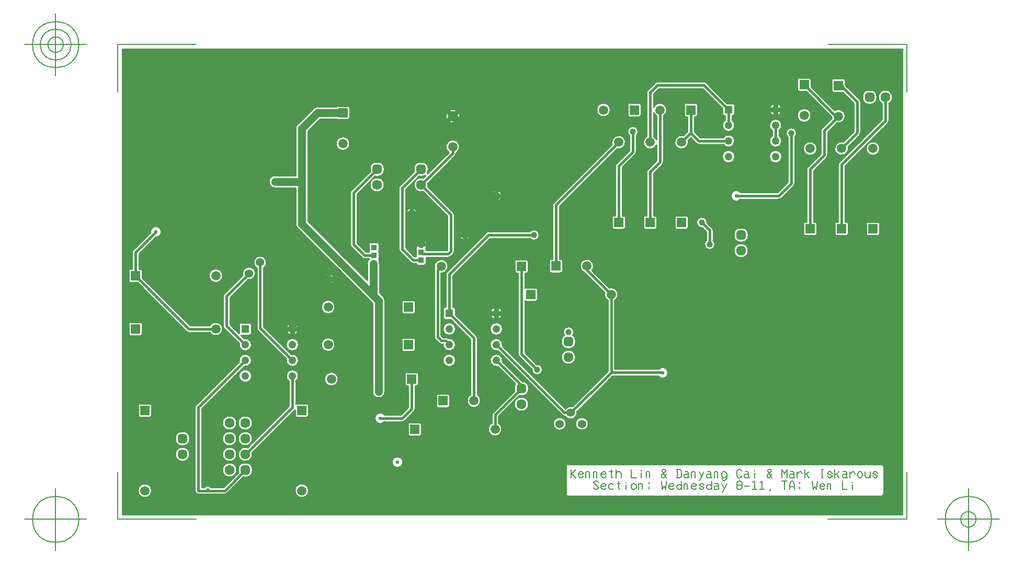
<source format=gbr>
G04 Generated by Ultiboard 12.0 *
%FSLAX25Y25*%
%MOIN*%

%ADD10C,0.00001*%
%ADD11C,0.01000*%
%ADD12C,0.01500*%
%ADD13C,0.05000*%
%ADD14C,0.04000*%
%ADD15C,0.00501*%
%ADD16C,0.00500*%
%ADD17C,0.04900*%
%ADD18R,0.04900X0.04900*%
%ADD19C,0.05906*%
%ADD20R,0.05906X0.05906*%
%ADD21C,0.05337*%
%ADD22R,0.02083X0.02083*%
%ADD23C,0.03917*%
%ADD24C,0.06334*%
%ADD25R,0.03762X0.03762*%
%ADD26C,0.03937*%
%ADD27C,0.02100*%


G04 ColorRGB 00FF00 for the following layer *
%LNCopper Top*%
%LPD*%
G54D10*
G36*
X1507Y298493D02*
X1507Y298493D01*
X498493Y298493D01*
X498493Y1507D01*
X1507Y1507D01*
X1507Y298493D01*
D02*
G37*
%LPC*%
G36*
X77140Y92981D02*
G75*
D01*
G03X77140Y92981I2860J-2981*
G01*
D02*
G37*
G36*
X48401Y71599D02*
G75*
D01*
G03X47739Y69995I1599J-1599*
G01*
X47739Y69995D01*
X47739Y16819D01*
G75*
D01*
G03X50000Y14558I2261J0*
G01*
X50000Y14558D01*
X56997Y14558D01*
G75*
D01*
G03X57003Y14558I3J2261*
G01*
X57003Y14558D01*
X66819Y14558D01*
G74*
D01*
G03X68420Y15223I1J2261*
G01*
X68420Y15223D01*
X78691Y25494D01*
G75*
D01*
G03X78959Y25483I276J3463*
G01*
X78959Y25483D01*
X81042Y25483D01*
G75*
D01*
G03X84517Y28958I0J3475*
G01*
X84517Y28958D01*
X84517Y31041D01*
G74*
D01*
G03X81042Y34517I3475J1*
G01*
X81042Y34517D01*
X78959Y34517D01*
G75*
D01*
G03X75483Y31041I0J-3476*
G01*
X75483Y31041D01*
X75483Y28958D01*
G75*
D01*
G03X75494Y28691I3476J9*
G01*
X75494Y28691D01*
X65882Y19080D01*
X57936Y19080D01*
X57599Y19418D01*
G75*
D01*
G03X54123Y19080I-1599J-1599*
G01*
X54123Y19080D01*
X52261Y19080D01*
X52261Y69064D01*
X76178Y92981D01*
X76178Y92981D01*
X79154Y95956D01*
G75*
D01*
G03X75956Y99154I846J4044*
G01*
X75956Y99154D01*
X69784Y92981D01*
X48401Y71599D01*
D02*
G37*
G36*
X105956Y100846D02*
G75*
D01*
G03X109154Y104044I4044J-846*
G01*
X109154Y104044D01*
X92981Y120216D01*
X91725Y121472D01*
X91725Y159033D01*
G75*
D01*
G03X87204Y159033I-2260J3503*
G01*
X87204Y159033D01*
X87204Y120539D01*
G75*
D01*
G03X87866Y118937I2260J-4*
G01*
X87866Y118937D01*
X92981Y113822D01*
X105956Y100846D01*
D02*
G37*
G36*
X146739Y206997D02*
X146739Y206997D01*
X146739Y174005D01*
G75*
D01*
G03X147401Y172401I2261J-5*
G01*
X147401Y172401D01*
X154311Y165491D01*
G74*
D01*
G03X155427Y164881I1599J1599*
G01*
G75*
D01*
G03X155910Y164829I482J2209*
G01*
X155910Y164829D01*
X158620Y164829D01*
G74*
D01*
G03X158714Y164570I1458J382*
G01*
G74*
D01*
G03X158657Y164431I1364J641*
G01*
G74*
D01*
G03X157506Y161615I2868J2815*
G01*
X157506Y161615D01*
X157506Y151229D01*
X143842Y164892D01*
G74*
D01*
G03X143441Y165243I2842J2842*
G01*
X143441Y165243D01*
X121486Y187198D01*
X120019Y188665D01*
X120019Y246335D01*
X127665Y253981D01*
X138179Y253981D01*
G75*
D01*
G03X139244Y253540I1065J1065*
G01*
X139244Y253540D01*
X145150Y253540D01*
G75*
D01*
G03X146657Y255047I0J1507*
G01*
X146657Y255047D01*
X146657Y260953D01*
G74*
D01*
G03X145150Y262460I1507J0*
G01*
X145150Y262460D01*
X139244Y262460D01*
G75*
D01*
G03X138179Y262019I0J-1507*
G01*
X138179Y262019D01*
X126000Y262019D01*
G75*
D01*
G03X125455Y261982I-1J-4019*
G01*
G74*
D01*
G03X123158Y260842I545J3982*
G01*
X123158Y260842D01*
X113158Y250842D01*
G75*
D01*
G03X111981Y247993I2842J-2842*
G01*
X111981Y247993D01*
X111981Y218019D01*
X99000Y218019D01*
G75*
D01*
G03X99000Y209981I0J-4019*
G01*
X99000Y209981D01*
X111981Y209981D01*
X111981Y187006D01*
G75*
D01*
G03X113158Y184158I4019J-6*
G01*
X113158Y184158D01*
X138108Y159208D01*
G74*
D01*
G03X138509Y158857I2842J2842*
G01*
X138509Y158857D01*
X160981Y136385D01*
X160981Y80000D01*
G75*
D01*
G03X169019Y80000I4019J0*
G01*
X169019Y80000D01*
X169019Y138050D01*
G74*
D01*
G03X167839Y140895I4019J0*
G01*
X167839Y140895D01*
X165544Y143190D01*
X165544Y161615D01*
G74*
D01*
G03X165348Y162855I4019J0*
G01*
X165348Y162855D01*
X165348Y163931D01*
G74*
D01*
G03X165206Y164570I1507J0*
G01*
G75*
D01*
G03X165348Y165209I-1365J639*
G01*
X165348Y165209D01*
X165348Y168971D01*
G74*
D01*
G03X165213Y169595I1507J1*
G01*
G75*
D01*
G03X165348Y170219I-1372J623*
G01*
X165348Y170219D01*
X165348Y173981D01*
G74*
D01*
G03X163841Y175488I1507J0*
G01*
X163841Y175488D01*
X160079Y175488D01*
G75*
D01*
G03X158572Y173981I0J-1507*
G01*
X158572Y173981D01*
X158572Y170219D01*
G75*
D01*
G03X158707Y169595I1507J-1*
G01*
G74*
D01*
G03X158620Y169351I1371J626*
G01*
X158620Y169351D01*
X156846Y169351D01*
X151261Y174936D01*
X151261Y206064D01*
X162691Y217494D01*
G75*
D01*
G03X162959Y217483I276J3463*
G01*
X162959Y217483D01*
X165042Y217483D01*
G75*
D01*
G03X168517Y220958I0J3475*
G01*
X168517Y220958D01*
X168517Y223042D01*
G74*
D01*
G03X165042Y226517I3475J0*
G01*
X165042Y226517D01*
X162959Y226517D01*
G75*
D01*
G03X159483Y223042I-1J-3475*
G01*
X159483Y223042D01*
X159483Y220958D01*
G75*
D01*
G03X159494Y220691I3476J9*
G01*
X159494Y220691D01*
X147401Y208599D01*
G75*
D01*
G03X146739Y206997I1599J-1599*
G01*
D02*
G37*
G36*
X187494Y220691D02*
X187494Y220691D01*
X187469Y220667D01*
X178401Y211599D01*
G75*
D01*
G03X177739Y209995I1599J-1599*
G01*
X177739Y209995D01*
X177739Y171005D01*
G75*
D01*
G03X178401Y169401I2261J-5*
G01*
X178401Y169401D01*
X185351Y162451D01*
G75*
D01*
G03X186954Y161789I1599J1599*
G01*
X186954Y161789D01*
X188620Y161789D01*
G75*
D01*
G03X190079Y160662I1458J380*
G01*
X190079Y160662D01*
X193841Y160662D01*
G75*
D01*
G03X195348Y162169I0J1507*
G01*
X195348Y162169D01*
X195348Y165729D01*
X209458Y165729D01*
G75*
D01*
G03X210115Y165826I2J2261*
G01*
G74*
D01*
G03X211062Y166394I654J2163*
G01*
X211062Y166394D01*
X212596Y167928D01*
G75*
D01*
G03X213261Y169529I-1595J1601*
G01*
X213261Y169529D01*
X213261Y193000D01*
G74*
D01*
G03X212596Y194601I2261J1*
G01*
X212596Y194601D01*
X196486Y210712D01*
G75*
D01*
G03X196486Y213288I-4486J1288*
G01*
X196486Y213288D01*
X213793Y230596D01*
G75*
D01*
G03X214458Y232197I-1595J1601*
G01*
X214458Y232197D01*
X214458Y232479D01*
G75*
D01*
G03X209542Y232740I-2261J3835*
G01*
X209542Y232740D01*
X196087Y219284D01*
G75*
D01*
G03X196517Y220958I-3044J1674*
G01*
X196517Y220958D01*
X196517Y223042D01*
G74*
D01*
G03X193042Y226517I3475J0*
G01*
X193042Y226517D01*
X190959Y226517D01*
G75*
D01*
G03X187483Y223042I-1J-3475*
G01*
X187483Y223042D01*
X187483Y220958D01*
G75*
D01*
G03X187494Y220691I3476J9*
G01*
D02*
G37*
G36*
X92981Y153287D02*
G75*
D01*
G03X92981Y153287I3555J2177*
G01*
D02*
G37*
G36*
X485262Y13226D02*
G75*
D01*
G03X486850Y14814I0J1588*
G01*
X486850Y14814D01*
X486850Y32162D01*
G74*
D01*
G03X485262Y33750I1588J0*
G01*
X485262Y33750D01*
X285838Y33750D01*
G75*
D01*
G03X284250Y32162I0J-1588*
G01*
X284250Y32162D01*
X284250Y14814D01*
G75*
D01*
G03X285838Y13226I1588J0*
G01*
X285838Y13226D01*
X485262Y13226D01*
D02*
G37*
G36*
X373951Y277246D02*
G74*
D01*
G03X372350Y277911I1601J1595*
G01*
X372350Y277911D01*
X342602Y277911D01*
G75*
D01*
G03X341001Y277249I-2J-2261*
G01*
X341001Y277249D01*
X336401Y272649D01*
G75*
D01*
G03X335739Y271047I1599J-1599*
G01*
X335739Y271047D01*
X335739Y243017D01*
G75*
D01*
G03X342054Y237339I2263J-3834*
G01*
X342054Y237339D01*
X342054Y227651D01*
X336401Y221999D01*
G75*
D01*
G03X335739Y220395I1599J-1599*
G01*
X335739Y220395D01*
X335739Y192460D01*
X335047Y192460D01*
G75*
D01*
G03X333540Y190953I0J-1507*
G01*
X333540Y190953D01*
X333540Y185047D01*
G75*
D01*
G03X335047Y183540I1507J0*
G01*
X335047Y183540D01*
X340953Y183540D01*
G75*
D01*
G03X342460Y185047I0J1507*
G01*
X342460Y185047D01*
X342460Y190953D01*
G74*
D01*
G03X340953Y192460I1507J0*
G01*
X340953Y192460D01*
X340261Y192460D01*
X340261Y219464D01*
X345911Y225114D01*
G75*
D01*
G03X346576Y226715I-1595J1601*
G01*
X346576Y226715D01*
X346576Y255967D01*
G75*
D01*
G03X340261Y261645I-2263J3834*
G01*
X340261Y261645D01*
X340261Y270114D01*
X343536Y273389D01*
X371414Y273389D01*
X376446Y268357D01*
X383861Y260942D01*
X383861Y257550D01*
G75*
D01*
G03X385550Y255861I1689J0*
G01*
X385550Y255861D01*
X385739Y255861D01*
X385739Y253458D01*
G75*
D01*
G03X390261Y253458I2261J-3457*
G01*
X390261Y253458D01*
X390261Y255861D01*
X390450Y255861D01*
G75*
D01*
G03X392139Y257550I0J1689*
G01*
X392139Y257550D01*
X392139Y262450D01*
G74*
D01*
G03X390450Y264139I1689J0*
G01*
X390450Y264139D01*
X387058Y264139D01*
X376446Y274752D01*
X373951Y277246D01*
D02*
G37*
G36*
X471596Y243580D02*
G75*
D01*
G03X472261Y245181I-1595J1601*
G01*
X472261Y245181D01*
X472261Y265000D01*
G74*
D01*
G03X471596Y266601I2261J1*
G01*
X471596Y266601D01*
X470934Y267264D01*
X462804Y275393D01*
X462804Y275457D01*
G74*
D01*
G03X462500Y276589I2261J0*
G01*
X462500Y276589D01*
X462500Y278409D01*
G74*
D01*
G03X460993Y279917I1507J1*
G01*
X460993Y279917D01*
X455088Y279917D01*
G75*
D01*
G03X453580Y278409I0J-1508*
G01*
X453580Y278409D01*
X453580Y272504D01*
G75*
D01*
G03X455088Y270997I1508J1*
G01*
X455088Y270997D01*
X460806Y270997D01*
X467739Y264064D01*
X467739Y246118D01*
X461114Y239492D01*
G75*
D01*
G03X464311Y236295I-1114J-4311*
G01*
X464311Y236295D01*
X470934Y242917D01*
X471596Y243580D01*
D02*
G37*
G36*
X442953Y188460D02*
X442953Y188460D01*
X442261Y188460D01*
X442261Y221064D01*
X450596Y229399D01*
G75*
D01*
G03X451261Y231000I-1595J1601*
G01*
X451261Y231000D01*
X451261Y245795D01*
X456927Y251460D01*
G75*
D01*
G03X455784Y259610I1114J4311*
G01*
X455784Y259610D01*
X440657Y274737D01*
X440657Y278953D01*
G74*
D01*
G03X439150Y280460I1507J0*
G01*
X439150Y280460D01*
X433244Y280460D01*
G75*
D01*
G03X431737Y278953I0J-1507*
G01*
X431737Y278953D01*
X431737Y273047D01*
G75*
D01*
G03X433244Y271540I1507J0*
G01*
X433244Y271540D01*
X437459Y271540D01*
X453604Y255396D01*
G74*
D01*
G03X453729Y254658I4435J372*
G01*
X453729Y254658D01*
X447401Y248330D01*
G75*
D01*
G03X446739Y246726I1599J-1599*
G01*
X446739Y246726D01*
X446739Y231936D01*
X438401Y223599D01*
G75*
D01*
G03X437739Y221995I1599J-1599*
G01*
X437739Y221995D01*
X437739Y188460D01*
X437047Y188460D01*
G75*
D01*
G03X435540Y186953I0J-1507*
G01*
X435540Y186953D01*
X435540Y181047D01*
G75*
D01*
G03X437047Y179540I1507J0*
G01*
X437047Y179540D01*
X442953Y179540D01*
G75*
D01*
G03X444460Y181047I0J1507*
G01*
X444460Y181047D01*
X444460Y186953D01*
G74*
D01*
G03X442953Y188460I1507J0*
G01*
D02*
G37*
G36*
X462953Y188460D02*
X462953Y188460D01*
X462261Y188460D01*
X462261Y224064D01*
X469970Y231773D01*
X489596Y251399D01*
G75*
D01*
G03X490261Y253000I-1595J1601*
G01*
X490261Y253000D01*
X490261Y263917D01*
G75*
D01*
G03X485739Y263917I-2261J4083*
G01*
X485739Y263917D01*
X485739Y253936D01*
X470934Y239131D01*
X470934Y239131D01*
X469970Y238167D01*
X458401Y226599D01*
G75*
D01*
G03X457739Y224996I1599J-1599*
G01*
X457739Y224996D01*
X457739Y188460D01*
X457047Y188460D01*
G75*
D01*
G03X455540Y186953I0J-1507*
G01*
X455540Y186953D01*
X455540Y181047D01*
G75*
D01*
G03X457047Y179540I1507J0*
G01*
X457047Y179540D01*
X462953Y179540D01*
G75*
D01*
G03X464460Y181047I0J1507*
G01*
X464460Y181047D01*
X464460Y186953D01*
G74*
D01*
G03X462953Y188460I1507J0*
G01*
D02*
G37*
G36*
X373739Y176630D02*
G75*
D01*
G03X378261Y176630I2261J-2630*
G01*
X378261Y176630D01*
X378261Y183000D01*
G74*
D01*
G03X377596Y184601I2261J1*
G01*
X377596Y184601D01*
X376445Y185752D01*
X374728Y187469D01*
X374459Y187739D01*
G75*
D01*
G03X371261Y184541I-3458J260*
G01*
X371261Y184541D01*
X373739Y182064D01*
X373739Y176630D01*
D02*
G37*
G36*
X369000Y237739D02*
X369000Y237739D01*
X384542Y237739D01*
G75*
D01*
G03X384542Y242261I3457J2261*
G01*
X384542Y242261D01*
X369936Y242261D01*
X366261Y245936D01*
X366261Y255343D01*
X366953Y255343D01*
G75*
D01*
G03X368460Y256850I0J1507*
G01*
X368460Y256850D01*
X368460Y262756D01*
G74*
D01*
G03X366953Y264263I1507J0*
G01*
X366953Y264263D01*
X361047Y264263D01*
G75*
D01*
G03X359540Y262756I0J-1507*
G01*
X359540Y262756D01*
X359540Y256850D01*
G75*
D01*
G03X361047Y255343I1507J0*
G01*
X361047Y255343D01*
X361739Y255343D01*
X361739Y246118D01*
X359114Y243492D01*
G75*
D01*
G03X362311Y240295I-1114J-4311*
G01*
X362311Y240295D01*
X363909Y241893D01*
X367401Y238401D01*
G74*
D01*
G03X368896Y237741I1599J1599*
G01*
G75*
D01*
G03X369000Y237739I95J2259*
G01*
D02*
G37*
G36*
X475540Y186953D02*
X475540Y186953D01*
X475540Y181047D01*
G75*
D01*
G03X477047Y179540I1507J0*
G01*
X477047Y179540D01*
X482953Y179540D01*
G75*
D01*
G03X484460Y181047I0J1507*
G01*
X484460Y181047D01*
X484460Y186953D01*
G74*
D01*
G03X482953Y188460I1507J0*
G01*
X482953Y188460D01*
X477047Y188460D01*
G75*
D01*
G03X475540Y186953I0J-1507*
G01*
D02*
G37*
G36*
X353540Y185047D02*
G75*
D01*
G03X355047Y183540I1507J0*
G01*
X355047Y183540D01*
X360953Y183540D01*
G75*
D01*
G03X362460Y185047I0J1507*
G01*
X362460Y185047D01*
X362460Y190953D01*
G74*
D01*
G03X360953Y192460I1507J0*
G01*
X360953Y192460D01*
X355047Y192460D01*
G75*
D01*
G03X353540Y190953I0J-1507*
G01*
X353540Y190953D01*
X353540Y185047D01*
D02*
G37*
G36*
X188460Y107047D02*
X188460Y107047D01*
X188460Y112953D01*
G74*
D01*
G03X186953Y114460I1507J0*
G01*
X186953Y114460D01*
X181047Y114460D01*
G75*
D01*
G03X179540Y112953I0J-1507*
G01*
X179540Y112953D01*
X179540Y107047D01*
G75*
D01*
G03X181047Y105540I1507J0*
G01*
X181047Y105540D01*
X186953Y105540D01*
G75*
D01*
G03X188460Y107047I0J1507*
G01*
D02*
G37*
G36*
X188460Y131047D02*
X188460Y131047D01*
X188460Y136953D01*
G74*
D01*
G03X186953Y138460I1507J0*
G01*
X186953Y138460D01*
X181047Y138460D01*
G75*
D01*
G03X179540Y136953I0J-1507*
G01*
X179540Y136953D01*
X179540Y131047D01*
G75*
D01*
G03X181047Y129540I1507J0*
G01*
X181047Y129540D01*
X186953Y129540D01*
G75*
D01*
G03X188460Y131047I0J1507*
G01*
D02*
G37*
G36*
X112261Y86542D02*
G75*
D01*
G03X107739Y86542I-2261J3457*
G01*
X107739Y86542D01*
X107739Y70936D01*
X92981Y56178D01*
X81288Y44486D01*
G75*
D01*
G03X84486Y41288I-1288J-4486*
G01*
X84486Y41288D01*
X92981Y49784D01*
X111540Y68343D01*
X111540Y65047D01*
G75*
D01*
G03X113047Y63540I1507J0*
G01*
X113047Y63540D01*
X118953Y63540D01*
G75*
D01*
G03X120460Y65047I0J1507*
G01*
X120460Y65047D01*
X120460Y70953D01*
G74*
D01*
G03X118953Y72460I1507J0*
G01*
X118953Y72460D01*
X113047Y72460D01*
G75*
D01*
G03X112261Y72239I0J-1507*
G01*
X112261Y72239D01*
X112261Y86542D01*
D02*
G37*
G36*
X281957Y55600D02*
G75*
D01*
G03X281957Y55600I-1564J3864*
G01*
D02*
G37*
G36*
X265739Y97459D02*
X265739Y97459D01*
X258261Y104936D01*
X258261Y137761D01*
G75*
D01*
G03X259047Y137540I786J1286*
G01*
X259047Y137540D01*
X264953Y137540D01*
G75*
D01*
G03X266460Y139047I0J1507*
G01*
X266460Y139047D01*
X266460Y144953D01*
G74*
D01*
G03X264953Y146460I1507J0*
G01*
X264953Y146460D01*
X259047Y146460D01*
G75*
D01*
G03X258261Y146239I0J-1507*
G01*
X258261Y146239D01*
X258261Y155540D01*
X258953Y155540D01*
G75*
D01*
G03X260460Y157047I0J1507*
G01*
X260460Y157047D01*
X260460Y162953D01*
G74*
D01*
G03X258953Y164460I1507J0*
G01*
X258953Y164460D01*
X253047Y164460D01*
G75*
D01*
G03X251540Y162953I0J-1507*
G01*
X251540Y162953D01*
X251540Y157047D01*
G75*
D01*
G03X253047Y155540I1507J0*
G01*
X253047Y155540D01*
X253739Y155540D01*
X253739Y104004D01*
G75*
D01*
G03X254401Y102401I2261J-4*
G01*
X254401Y102401D01*
X262541Y94261D01*
G75*
D01*
G03X265739Y97459I3458J-260*
G01*
D02*
G37*
G36*
X284143Y69054D02*
X284143Y69054D01*
X281957Y71240D01*
X260216Y92981D01*
X244044Y109154D01*
G75*
D01*
G03X240846Y105956I-4044J846*
G01*
X240846Y105956D01*
X253822Y92981D01*
X253822Y92981D01*
X281866Y64937D01*
G75*
D01*
G03X283469Y64275I1598J1598*
G01*
X283469Y64275D01*
X283962Y64275D01*
G75*
D01*
G03X291540Y67413I3504J2257*
G01*
X291540Y67413D01*
X314118Y89991D01*
X343073Y89991D01*
G75*
D01*
G03X343493Y94513I2927J2009*
G01*
X343493Y94513D01*
X315442Y94513D01*
X315442Y138164D01*
G75*
D01*
G03X312067Y146311I-2256J3838*
G01*
X312067Y146311D01*
X301072Y157306D01*
G75*
D01*
G03X295889Y156122I-3387J2891*
G01*
G74*
D01*
G03X296086Y155897I1796J1374*
G01*
X296086Y155897D01*
X308870Y143114D01*
G75*
D01*
G03X310920Y138164I4310J-1114*
G01*
X310920Y138164D01*
X310920Y93189D01*
X310712Y92981D01*
X310712Y92981D01*
X288342Y70611D01*
G75*
D01*
G03X284143Y69054I-877J-4075*
G01*
D02*
G37*
G36*
X244044Y99154D02*
G75*
D01*
G03X240846Y95956I-4044J846*
G01*
X240846Y95956D01*
X243822Y92981D01*
X243822Y92981D01*
X251976Y84826D01*
G74*
D01*
G03X251483Y83042I2981J1784*
G01*
X251483Y83042D01*
X251483Y80959D01*
G75*
D01*
G03X251494Y80691I3475J8*
G01*
X251494Y80691D01*
X237582Y66780D01*
G75*
D01*
G03X236920Y65176I1599J-1599*
G01*
X236920Y65176D01*
X236920Y59836D01*
G75*
D01*
G03X241442Y59836I2261J-3835*
G01*
X241442Y59836D01*
X241442Y64245D01*
X254691Y77494D01*
G75*
D01*
G03X254958Y77483I276J3464*
G01*
X254958Y77483D01*
X257042Y77483D01*
G75*
D01*
G03X260517Y80959I-1J3476*
G01*
X260517Y80959D01*
X260517Y83042D01*
G74*
D01*
G03X257042Y86517I3475J0*
G01*
X257042Y86517D01*
X256681Y86517D01*
X250216Y92981D01*
X250216Y92981D01*
X244044Y99154D01*
D02*
G37*
G36*
X185047Y60460D02*
G75*
D01*
G03X183540Y58953I0J-1507*
G01*
X183540Y58953D01*
X183540Y53047D01*
G75*
D01*
G03X185047Y51540I1507J0*
G01*
X185047Y51540D01*
X190953Y51540D01*
G75*
D01*
G03X192460Y53047I0J1507*
G01*
X192460Y53047D01*
X192460Y58953D01*
G74*
D01*
G03X190953Y60460I1507J0*
G01*
X190953Y60460D01*
X185047Y60460D01*
D02*
G37*
G36*
X183047Y92460D02*
G75*
D01*
G03X181540Y90953I0J-1507*
G01*
X181540Y90953D01*
X181540Y85047D01*
G75*
D01*
G03X183047Y83540I1507J0*
G01*
X183047Y83540D01*
X183739Y83540D01*
X183739Y69886D01*
X179114Y65261D01*
X168737Y65261D01*
G75*
D01*
G03X168737Y60739I-2737J-2261*
G01*
X168737Y60739D01*
X180047Y60739D01*
G75*
D01*
G03X180638Y60817I2J2261*
G01*
G74*
D01*
G03X181651Y61404I588J2182*
G01*
X181651Y61404D01*
X187469Y67222D01*
X187596Y67349D01*
G75*
D01*
G03X188261Y68950I-1595J1601*
G01*
X188261Y68950D01*
X188261Y83540D01*
X188953Y83540D01*
G75*
D01*
G03X190460Y85047I0J1507*
G01*
X190460Y85047D01*
X190460Y90953D01*
G74*
D01*
G03X188953Y92460I1507J0*
G01*
X188953Y92460D01*
X183047Y92460D01*
D02*
G37*
G36*
X207550Y125861D02*
X207550Y125861D01*
X210942Y125861D01*
X223424Y113378D01*
X223424Y78033D01*
G75*
D01*
G03X227946Y78033I2261J-3835*
G01*
X227946Y78033D01*
X227946Y114315D01*
G74*
D01*
G03X227281Y115916I2261J1*
G01*
X227281Y115916D01*
X214139Y129058D01*
X214139Y132450D01*
G74*
D01*
G03X212450Y134139I1689J0*
G01*
X212450Y134139D01*
X212261Y134139D01*
X212261Y154064D01*
X235936Y177739D01*
X261370Y177739D01*
G75*
D01*
G03X261370Y182261I2630J2261*
G01*
X261370Y182261D01*
X235003Y182261D01*
G75*
D01*
G03X233401Y181599I-3J-2261*
G01*
X233401Y181599D01*
X208401Y156599D01*
G75*
D01*
G03X207739Y154996I1599J-1599*
G01*
X207739Y154996D01*
X207739Y134139D01*
X207550Y134139D01*
G75*
D01*
G03X205861Y132450I0J-1689*
G01*
X205861Y132450D01*
X205861Y127550D01*
G75*
D01*
G03X207550Y125861I1689J0*
G01*
D02*
G37*
G36*
X322460Y185047D02*
X322460Y185047D01*
X322460Y190953D01*
G74*
D01*
G03X320953Y192460I1507J0*
G01*
X320953Y192460D01*
X320261Y192460D01*
X320261Y223164D01*
X328596Y231499D01*
G75*
D01*
G03X329261Y233100I-1595J1601*
G01*
X329261Y233100D01*
X329261Y243370D01*
G75*
D01*
G03X324739Y243370I-2261J2630*
G01*
X324739Y243370D01*
X324739Y234036D01*
X316401Y225699D01*
G75*
D01*
G03X315739Y224096I1599J-1599*
G01*
X315739Y224096D01*
X315739Y192460D01*
X315047Y192460D01*
G75*
D01*
G03X313540Y190953I0J-1507*
G01*
X313540Y190953D01*
X313540Y185047D01*
G75*
D01*
G03X315047Y183540I1507J0*
G01*
X315047Y183540D01*
X320953Y183540D01*
G75*
D01*
G03X322460Y185047I0J1507*
G01*
D02*
G37*
G36*
X280953Y164657D02*
X280953Y164657D01*
X280261Y164657D01*
X280261Y198245D01*
X281957Y199941D01*
X316886Y234870D01*
G75*
D01*
G03X313689Y238067I1114J4311*
G01*
X313689Y238067D01*
X281957Y206336D01*
X276401Y200780D01*
G75*
D01*
G03X275739Y199179I1599J-1599*
G01*
X275739Y199179D01*
X275739Y164657D01*
X275047Y164657D01*
G75*
D01*
G03X273540Y163150I0J-1507*
G01*
X273540Y163150D01*
X273540Y157244D01*
G75*
D01*
G03X275047Y155737I1507J0*
G01*
X275047Y155737D01*
X280953Y155737D01*
G75*
D01*
G03X282460Y157244I0J1507*
G01*
X282460Y157244D01*
X282460Y163150D01*
G74*
D01*
G03X280953Y164657I1507J0*
G01*
D02*
G37*
G36*
X281957Y99668D02*
G75*
D01*
G03X281957Y99668I4043J2332*
G01*
D02*
G37*
G36*
X281483Y110959D02*
G75*
D01*
G03X284959Y107483I3476J0*
G01*
X284959Y107483D01*
X287042Y107483D01*
G75*
D01*
G03X290517Y110959I-1J3476*
G01*
X290517Y110959D01*
X290517Y113042D01*
G74*
D01*
G03X288843Y116013I3475J1*
G01*
G75*
D01*
G03X283157Y116013I-2843J1986*
G01*
G74*
D01*
G03X281483Y113042I1800J2971*
G01*
X281483Y113042D01*
X281483Y110959D01*
D02*
G37*
G36*
X475547Y235181D02*
G75*
D01*
G03X475547Y235181I4453J0*
G01*
D02*
G37*
G36*
X473483Y269042D02*
X473483Y269042D01*
X473483Y266959D01*
G75*
D01*
G03X476959Y263483I3476J0*
G01*
X476959Y263483D01*
X479041Y263483D01*
G75*
D01*
G03X482517Y266959I0J3476*
G01*
X482517Y266959D01*
X482517Y269042D01*
G74*
D01*
G03X479041Y272517I3476J1*
G01*
X479041Y272517D01*
X476959Y272517D01*
G75*
D01*
G03X473483Y269042I-1J-3475*
G01*
D02*
G37*
G36*
X128366Y134000D02*
G75*
D01*
G03X128366Y134000I4453J0*
G01*
D02*
G37*
G36*
X105869Y110000D02*
G75*
D01*
G03X105869Y110000I4131J0*
G01*
D02*
G37*
G36*
X128366Y110000D02*
G75*
D01*
G03X128366Y110000I4453J0*
G01*
D02*
G37*
G36*
X111527Y120856D02*
X111527Y120856D01*
X114042Y120856D01*
G74*
D01*
G03X110856Y124042I4041J855*
G01*
X110856Y124042D01*
X110856Y121527D01*
G75*
D01*
G03X109144Y121527I-856J-1526*
G01*
X109144Y121527D01*
X109144Y124042D01*
G74*
D01*
G03X105958Y120856I855J4041*
G01*
X105958Y120856D01*
X108473Y120856D01*
G75*
D01*
G03X108473Y119144I1526J-856*
G01*
X108473Y119144D01*
X105958Y119144D01*
G74*
D01*
G03X109144Y115958I4041J855*
G01*
X109144Y115958D01*
X109144Y118473D01*
G75*
D01*
G03X110856Y118473I856J1526*
G01*
X110856Y118473D01*
X110856Y115958D01*
G74*
D01*
G03X114042Y119144I855J4041*
G01*
X114042Y119144D01*
X111527Y119144D01*
G75*
D01*
G03X111527Y120856I-1526J856*
G01*
D02*
G37*
G36*
X133937Y152718D02*
X133937Y152718D01*
X136393Y152718D01*
G74*
D01*
G03X133718Y155393I3393J718*
G01*
X133718Y155393D01*
X133718Y152937D01*
G75*
D01*
G03X132282Y152937I-718J-936*
G01*
X132282Y152937D01*
X132282Y155393D01*
G74*
D01*
G03X129607Y152718I718J3393*
G01*
X129607Y152718D01*
X132063Y152718D01*
G75*
D01*
G03X132063Y151282I936J-718*
G01*
X132063Y151282D01*
X129607Y151282D01*
G74*
D01*
G03X132282Y148607I3393J718*
G01*
X132282Y148607D01*
X132282Y151063D01*
G75*
D01*
G03X133718Y151063I718J936*
G01*
X133718Y151063D01*
X133718Y148607D01*
G74*
D01*
G03X136393Y151282I718J3393*
G01*
X136393Y151282D01*
X133937Y151282D01*
G75*
D01*
G03X133937Y152718I-936J718*
G01*
D02*
G37*
G36*
X11547Y16819D02*
G75*
D01*
G03X11547Y16819I4453J0*
G01*
D02*
G37*
G36*
X65333Y30000D02*
G75*
D01*
G03X65333Y30000I4667J0*
G01*
D02*
G37*
G36*
X35333Y40000D02*
G75*
D01*
G03X35333Y40000I4667J0*
G01*
D02*
G37*
G36*
X65333Y40000D02*
G75*
D01*
G03X65333Y40000I4667J0*
G01*
D02*
G37*
G36*
X41042Y54517D02*
X41042Y54517D01*
X38959Y54517D01*
G75*
D01*
G03X35483Y51042I-1J-3475*
G01*
X35483Y51042D01*
X35483Y48959D01*
G75*
D01*
G03X38959Y45483I3476J0*
G01*
X38959Y45483D01*
X41042Y45483D01*
G75*
D01*
G03X44517Y48959I-1J3476*
G01*
X44517Y48959D01*
X44517Y51042D01*
G74*
D01*
G03X41042Y54517I3475J0*
G01*
D02*
G37*
G36*
X65333Y50000D02*
G75*
D01*
G03X65333Y50000I4667J0*
G01*
D02*
G37*
G36*
X75333Y50000D02*
G75*
D01*
G03X75333Y50000I4667J0*
G01*
D02*
G37*
G36*
X65333Y60000D02*
G75*
D01*
G03X65333Y60000I4667J0*
G01*
D02*
G37*
G36*
X75333Y60000D02*
G75*
D01*
G03X75333Y60000I4667J0*
G01*
D02*
G37*
G36*
X18953Y72460D02*
X18953Y72460D01*
X13047Y72460D01*
G75*
D01*
G03X11540Y70953I0J-1507*
G01*
X11540Y70953D01*
X11540Y65047D01*
G75*
D01*
G03X13047Y63540I1507J0*
G01*
X13047Y63540D01*
X18953Y63540D01*
G75*
D01*
G03X20460Y65047I0J1507*
G01*
X20460Y65047D01*
X20460Y70953D01*
G74*
D01*
G03X18953Y72460I1507J0*
G01*
D02*
G37*
G36*
X290367Y59464D02*
G75*
D01*
G03X290367Y59464I4169J0*
G01*
D02*
G37*
G36*
X203047Y69737D02*
X203047Y69737D01*
X208953Y69737D01*
G75*
D01*
G03X210460Y71244I0J1507*
G01*
X210460Y71244D01*
X210460Y77150D01*
G74*
D01*
G03X208953Y78657I1507J0*
G01*
X208953Y78657D01*
X203047Y78657D01*
G75*
D01*
G03X201540Y77150I0J-1507*
G01*
X201540Y77150D01*
X201540Y71244D01*
G75*
D01*
G03X203047Y69737I1507J0*
G01*
D02*
G37*
G36*
X251333Y72000D02*
G75*
D01*
G03X251333Y72000I4667J0*
G01*
D02*
G37*
G36*
X57345Y122261D02*
X57345Y122261D01*
X44936Y122261D01*
X14460Y152737D01*
X14460Y156953D01*
G74*
D01*
G03X12953Y158460I1507J0*
G01*
X12953Y158460D01*
X12261Y158460D01*
X12261Y168064D01*
X22663Y178466D01*
G75*
D01*
G03X19466Y181663I337J3534*
G01*
X19466Y181663D01*
X8401Y170599D01*
G75*
D01*
G03X7739Y168995I1599J-1599*
G01*
X7739Y168995D01*
X7739Y158460D01*
X7047Y158460D01*
G75*
D01*
G03X5540Y156953I0J-1507*
G01*
X5540Y156953D01*
X5540Y151047D01*
G75*
D01*
G03X7047Y149540I1507J0*
G01*
X7047Y149540D01*
X11263Y149540D01*
X42401Y118401D01*
G75*
D01*
G03X44003Y117739I1599J1599*
G01*
X44003Y117739D01*
X57345Y117739D01*
G75*
D01*
G03X57345Y122261I3835J2261*
G01*
D02*
G37*
G36*
X5540Y122953D02*
X5540Y122953D01*
X5540Y117047D01*
G75*
D01*
G03X7047Y115540I1507J0*
G01*
X7047Y115540D01*
X12953Y115540D01*
G75*
D01*
G03X14460Y117047I0J1507*
G01*
X14460Y117047D01*
X14460Y122953D01*
G74*
D01*
G03X12953Y124460I1507J0*
G01*
X12953Y124460D01*
X7047Y124460D01*
G75*
D01*
G03X5540Y122953I0J-1507*
G01*
D02*
G37*
G36*
X79154Y114044D02*
X79154Y114044D01*
X77321Y115876D01*
G75*
D01*
G03X77550Y115861I225J1674*
G01*
X77550Y115861D01*
X82450Y115861D01*
G75*
D01*
G03X84139Y117550I0J1689*
G01*
X84139Y117550D01*
X84139Y122450D01*
G74*
D01*
G03X82450Y124139I1689J0*
G01*
X82450Y124139D01*
X77550Y124139D01*
G75*
D01*
G03X75861Y122450I0J-1689*
G01*
X75861Y122450D01*
X75861Y117550D01*
G75*
D01*
G03X75876Y117321I1689J-4*
G01*
X75876Y117321D01*
X70261Y122936D01*
X70261Y140135D01*
X81516Y151389D01*
G75*
D01*
G03X78318Y154587I877J4075*
G01*
X78318Y154587D01*
X66401Y142670D01*
G75*
D01*
G03X65739Y141066I1599J-1599*
G01*
X65739Y141066D01*
X65739Y122003D01*
G75*
D01*
G03X66401Y120401I2261J-3*
G01*
X66401Y120401D01*
X75956Y110846D01*
G75*
D01*
G03X79154Y114044I4044J-846*
G01*
D02*
G37*
G36*
X56728Y154000D02*
G75*
D01*
G03X56728Y154000I4453J0*
G01*
D02*
G37*
G36*
X111547Y16819D02*
G75*
D01*
G03X111547Y16819I4453J0*
G01*
D02*
G37*
G36*
X173450Y35000D02*
G75*
D01*
G03X173450Y35000I3550J0*
G01*
D02*
G37*
G36*
X130366Y88000D02*
G75*
D01*
G03X130366Y88000I4453J0*
G01*
D02*
G37*
G36*
X303862Y259803D02*
G75*
D01*
G03X303862Y259803I4453J0*
G01*
D02*
G37*
G36*
X330953Y264263D02*
X330953Y264263D01*
X325047Y264263D01*
G75*
D01*
G03X323540Y262756I0J-1507*
G01*
X323540Y262756D01*
X323540Y256850D01*
G75*
D01*
G03X325047Y255343I1507J0*
G01*
X325047Y255343D01*
X330953Y255343D01*
G75*
D01*
G03X332460Y256850I0J1507*
G01*
X332460Y256850D01*
X332460Y262756D01*
G74*
D01*
G03X330953Y264263I1507J0*
G01*
D02*
G37*
G36*
X435547Y235181D02*
G75*
D01*
G03X435547Y235181I4453J0*
G01*
D02*
G37*
G36*
X425739Y242370D02*
X425739Y242370D01*
X425739Y213936D01*
X419064Y207261D01*
X395737Y207261D01*
G75*
D01*
G03X395737Y202739I-2737J-2261*
G01*
X395737Y202739D01*
X420000Y202739D01*
G74*
D01*
G03X421601Y203404I1J2261*
G01*
X421601Y203404D01*
X429596Y211399D01*
G75*
D01*
G03X430261Y213000I-1595J1601*
G01*
X430261Y213000D01*
X430261Y242370D01*
G75*
D01*
G03X425739Y242370I-2261J2630*
G01*
D02*
G37*
G36*
X383869Y230000D02*
G75*
D01*
G03X383869Y230000I4131J0*
G01*
D02*
G37*
G36*
X413869Y230000D02*
G75*
D01*
G03X413869Y230000I4131J0*
G01*
D02*
G37*
G36*
X415739Y246542D02*
X415739Y246542D01*
X415739Y243458D01*
G75*
D01*
G03X420261Y243458I2261J-3457*
G01*
X420261Y243458D01*
X420261Y246542D01*
G75*
D01*
G03X415739Y246542I-2261J3457*
G01*
D02*
G37*
G36*
X431744Y256315D02*
G75*
D01*
G03X431744Y256315I4453J0*
G01*
D02*
G37*
G36*
X419527Y260856D02*
X419527Y260856D01*
X422042Y260856D01*
G74*
D01*
G03X418856Y264042I4041J855*
G01*
X418856Y264042D01*
X418856Y261527D01*
G75*
D01*
G03X417144Y261527I-856J-1526*
G01*
X417144Y261527D01*
X417144Y264042D01*
G74*
D01*
G03X413958Y260856I855J4041*
G01*
X413958Y260856D01*
X416473Y260856D01*
G75*
D01*
G03X416473Y259144I1526J-856*
G01*
X416473Y259144D01*
X413958Y259144D01*
G74*
D01*
G03X417144Y255958I4041J855*
G01*
X417144Y255958D01*
X417144Y258473D01*
G75*
D01*
G03X418856Y258473I856J1526*
G01*
X418856Y258473D01*
X418856Y255958D01*
G74*
D01*
G03X422042Y259144I855J4041*
G01*
X422042Y259144D01*
X419527Y259144D01*
G75*
D01*
G03X419527Y260856I-1526J856*
G01*
D02*
G37*
G36*
X211781Y254278D02*
X211781Y254278D01*
X209055Y251552D01*
G75*
D01*
G03X209244Y251540I190J1494*
G01*
X209244Y251540D01*
X215150Y251540D01*
G74*
D01*
G03X215339Y251552I1J1507*
G01*
X215339Y251552D01*
X212613Y254278D01*
G74*
D01*
G03X213919Y255584I416J1722*
G01*
X213919Y255584D01*
X216645Y252858D01*
G75*
D01*
G03X216657Y253047I-1494J190*
G01*
X216657Y253047D01*
X216657Y258953D01*
G74*
D01*
G03X216645Y259142I1507J1*
G01*
X216645Y259142D01*
X213919Y256416D01*
G74*
D01*
G03X212613Y257722I1722J416*
G01*
X212613Y257722D01*
X215339Y260448D01*
G74*
D01*
G03X215150Y260460I190J1494*
G01*
X215150Y260460D01*
X209244Y260460D01*
G75*
D01*
G03X209055Y260448I1J-1507*
G01*
X209055Y260448D01*
X211781Y257722D01*
G74*
D01*
G03X210475Y256416I416J1722*
G01*
X210475Y256416D01*
X207749Y259142D01*
G74*
D01*
G03X207737Y258953I1494J190*
G01*
X207737Y258953D01*
X207737Y253047D01*
G75*
D01*
G03X207749Y252858I1507J1*
G01*
X207749Y252858D01*
X210475Y255584D01*
G74*
D01*
G03X211781Y254278I1722J416*
G01*
D02*
G37*
G36*
X220937Y200718D02*
X220937Y200718D01*
X223393Y200718D01*
G74*
D01*
G03X220718Y203393I3393J718*
G01*
X220718Y203393D01*
X220718Y200937D01*
G75*
D01*
G03X219282Y200937I-718J-936*
G01*
X219282Y200937D01*
X219282Y203393D01*
G74*
D01*
G03X216607Y200718I718J3393*
G01*
X216607Y200718D01*
X219063Y200718D01*
G75*
D01*
G03X219063Y199282I936J-718*
G01*
X219063Y199282D01*
X216607Y199282D01*
G74*
D01*
G03X219282Y196607I3393J718*
G01*
X219282Y196607D01*
X219282Y199063D01*
G75*
D01*
G03X220718Y199063I718J936*
G01*
X220718Y199063D01*
X220718Y196607D01*
G74*
D01*
G03X223393Y199282I718J3393*
G01*
X223393Y199282D01*
X220937Y199282D01*
G75*
D01*
G03X220937Y200718I-936J718*
G01*
D02*
G37*
G36*
X239650Y205000D02*
G75*
D01*
G03X239650Y205000I350J0*
G01*
D02*
G37*
G36*
X243473Y204265D02*
X243473Y204265D01*
X240735Y204265D01*
X240735Y201527D01*
G74*
D01*
G03X243473Y204265I734J3472*
G01*
D02*
G37*
G36*
X239265Y201527D02*
X239265Y201527D01*
X239265Y204265D01*
X236527Y204265D01*
G74*
D01*
G03X239265Y201527I3472J734*
G01*
D02*
G37*
G36*
X236527Y205735D02*
X236527Y205735D01*
X239265Y205735D01*
X239265Y208473D01*
G74*
D01*
G03X236527Y205735I734J3472*
G01*
D02*
G37*
G36*
X240735Y208473D02*
X240735Y208473D01*
X240735Y205735D01*
X243473Y205735D01*
G74*
D01*
G03X240735Y208473I3472J734*
G01*
D02*
G37*
G36*
X391333Y170000D02*
G75*
D01*
G03X391333Y170000I4667J0*
G01*
D02*
G37*
G36*
X397042Y184517D02*
X397042Y184517D01*
X394959Y184517D01*
G75*
D01*
G03X391483Y181042I-1J-3475*
G01*
X391483Y181042D01*
X391483Y178959D01*
G75*
D01*
G03X394959Y175483I3476J0*
G01*
X394959Y175483D01*
X397042Y175483D01*
G75*
D01*
G03X400517Y178959I-1J3476*
G01*
X400517Y178959D01*
X400517Y181042D01*
G74*
D01*
G03X397042Y184517I3475J0*
G01*
D02*
G37*
G36*
X159333Y212000D02*
G75*
D01*
G03X159333Y212000I4667J0*
G01*
D02*
G37*
G36*
X137744Y238315D02*
G75*
D01*
G03X137744Y238315I4453J0*
G01*
D02*
G37*
G36*
X205869Y120000D02*
G75*
D01*
G03X205869Y120000I4131J0*
G01*
D02*
G37*
G36*
X204761Y155548D02*
G75*
D01*
G03X200532Y158795I57J4452*
G01*
G75*
D01*
G03X200239Y157679I1968J-1113*
G01*
X200239Y157679D01*
X200239Y115004D01*
G75*
D01*
G03X200901Y113401I2261J-4*
G01*
X200901Y113401D01*
X203401Y110901D01*
G74*
D01*
G03X204228Y110375I1598J1599*
G01*
G75*
D01*
G03X205000Y110239I772J2124*
G01*
X205000Y110239D01*
X205876Y110239D01*
G75*
D01*
G03X209154Y114044I4123J-238*
G01*
X209154Y114044D01*
X209101Y114096D01*
G74*
D01*
G03X207771Y114745I1601J1595*
G01*
G75*
D01*
G03X207498Y114761I-269J-2245*
G01*
X207498Y114761D01*
X205936Y114761D01*
X204761Y115936D01*
X204761Y155548D01*
D02*
G37*
G36*
X220937Y180718D02*
X220937Y180718D01*
X223393Y180718D01*
G74*
D01*
G03X220718Y183393I3393J718*
G01*
X220718Y183393D01*
X220718Y180937D01*
G75*
D01*
G03X219282Y180937I-718J-936*
G01*
X219282Y180937D01*
X219282Y183393D01*
G74*
D01*
G03X216607Y180718I718J3393*
G01*
X216607Y180718D01*
X219063Y180718D01*
G75*
D01*
G03X219063Y179282I936J-718*
G01*
X219063Y179282D01*
X216607Y179282D01*
G74*
D01*
G03X219282Y176607I3393J718*
G01*
X219282Y176607D01*
X219282Y179063D01*
G75*
D01*
G03X220718Y179063I718J936*
G01*
X220718Y179063D01*
X220718Y176607D01*
G74*
D01*
G03X223393Y179282I718J3393*
G01*
X223393Y179282D01*
X220937Y179282D01*
G75*
D01*
G03X220937Y180718I-936J718*
G01*
D02*
G37*
G36*
X205869Y100000D02*
G75*
D01*
G03X205869Y100000I4131J0*
G01*
D02*
G37*
G36*
X235869Y120000D02*
G75*
D01*
G03X235869Y120000I4131J0*
G01*
D02*
G37*
G36*
X241527Y130856D02*
X241527Y130856D01*
X244042Y130856D01*
G74*
D01*
G03X240856Y134042I4041J855*
G01*
X240856Y134042D01*
X240856Y131527D01*
G75*
D01*
G03X239144Y131527I-856J-1526*
G01*
X239144Y131527D01*
X239144Y134042D01*
G74*
D01*
G03X235958Y130856I855J4041*
G01*
X235958Y130856D01*
X238473Y130856D01*
G75*
D01*
G03X238473Y129144I1526J-856*
G01*
X238473Y129144D01*
X235958Y129144D01*
G74*
D01*
G03X239144Y125958I4041J855*
G01*
X239144Y125958D01*
X239144Y128473D01*
G75*
D01*
G03X240856Y128473I856J1526*
G01*
X240856Y128473D01*
X240856Y125958D01*
G74*
D01*
G03X244042Y129144I855J4041*
G01*
X244042Y129144D01*
X241527Y129144D01*
G75*
D01*
G03X241527Y130856I-1526J856*
G01*
D02*
G37*
%LPD*%
G36*
X190691Y217494D02*
G75*
D01*
G03X190959Y217483I276J3463*
G01*
X190959Y217483D01*
X193042Y217483D01*
G74*
D01*
G03X194716Y217913I0J3475*
G01*
X194716Y217913D01*
X193288Y216486D01*
G75*
D01*
G03X193288Y207514I-1287J-4486*
G01*
X193288Y207514D01*
X208739Y192064D01*
X208739Y170466D01*
X208524Y170251D01*
X195348Y170251D01*
X195348Y170971D01*
G74*
D01*
G03X195213Y171595I1507J1*
G01*
G75*
D01*
G03X195348Y172219I-1372J623*
G01*
X195348Y172219D01*
X195348Y173398D01*
X192910Y173398D01*
G75*
D01*
G03X192910Y174802I-950J702*
G01*
X192910Y174802D01*
X195348Y174802D01*
X195348Y175981D01*
G74*
D01*
G03X193841Y177488I1507J0*
G01*
X193841Y177488D01*
X192662Y177488D01*
X192662Y175050D01*
G75*
D01*
G03X191258Y175050I-702J-950*
G01*
X191258Y175050D01*
X191258Y177488D01*
X190079Y177488D01*
G75*
D01*
G03X188572Y175981I0J-1507*
G01*
X188572Y175981D01*
X188572Y174802D01*
X191010Y174802D01*
G75*
D01*
G03X191010Y173398I950J-702*
G01*
X191010Y173398D01*
X188572Y173398D01*
X188572Y172219D01*
G75*
D01*
G03X188707Y171595I1507J-1*
G01*
G74*
D01*
G03X188572Y170971I1372J623*
G01*
X188572Y170971D01*
X188572Y167209D01*
G75*
D01*
G03X188714Y166570I1507J0*
G01*
G74*
D01*
G03X188620Y166311I1364J641*
G01*
X188620Y166311D01*
X187886Y166311D01*
X187469Y166728D01*
X182261Y171936D01*
X182261Y209064D01*
X190691Y217494D01*
D02*
G37*
%LPC*%
G36*
X189393Y194718D02*
G74*
D01*
G03X186718Y197393I3393J718*
G01*
X186718Y197393D01*
X186718Y194937D01*
G75*
D01*
G03X185282Y194937I-718J-936*
G01*
X185282Y194937D01*
X185282Y197393D01*
G74*
D01*
G03X182607Y194718I718J3393*
G01*
X182607Y194718D01*
X185063Y194718D01*
G75*
D01*
G03X185063Y193282I936J-718*
G01*
X185063Y193282D01*
X182607Y193282D01*
G74*
D01*
G03X185282Y190607I3393J718*
G01*
X185282Y190607D01*
X185282Y193063D01*
G75*
D01*
G03X186718Y193063I718J936*
G01*
X186718Y193063D01*
X186718Y190607D01*
G74*
D01*
G03X189393Y193282I718J3393*
G01*
X189393Y193282D01*
X186937Y193282D01*
G75*
D01*
G03X186937Y194718I-936J718*
G01*
X186937Y194718D01*
X189393Y194718D01*
D02*
G37*
%LPD*%
G36*
X342054Y241023D02*
G74*
D01*
G03X340261Y243017I4053J1842*
G01*
X340261Y243017D01*
X340261Y257962D01*
G74*
D01*
G03X342054Y255967I4054J1840*
G01*
X342054Y255967D01*
X342054Y241023D01*
D02*
G37*
G36*
X192662Y173150D02*
X192662Y173150D01*
X192662Y172478D01*
X191258Y172478D01*
X191258Y173150D01*
G75*
D01*
G03X192662Y173150I702J950*
G01*
D02*
G37*
G54D11*
X192662Y173150D02*
X192662Y172478D01*
X191258Y172478D01*
X191258Y173150D01*
G75*
D01*
G03X192662Y173150I702J950*
G01*
X189393Y194718D02*
G74*
D01*
G03X186718Y197393I3393J718*
G01*
X186718Y194937D01*
G75*
D01*
G03X185282Y194937I-718J-936*
G01*
X185282Y197393D01*
G74*
D01*
G03X182607Y194718I718J3393*
G01*
X185063Y194718D01*
G75*
D01*
G03X185063Y193282I936J-718*
G01*
X182607Y193282D01*
G74*
D01*
G03X185282Y190607I3393J718*
G01*
X185282Y193063D01*
G75*
D01*
G03X186718Y193063I718J936*
G01*
X186718Y190607D01*
G74*
D01*
G03X189393Y193282I718J3393*
G01*
X186937Y193282D01*
G75*
D01*
G03X186937Y194718I-936J718*
G01*
X189393Y194718D01*
X190691Y217494D02*
G75*
D01*
G03X190959Y217483I276J3463*
G01*
X193042Y217483D01*
G74*
D01*
G03X194716Y217913I0J3475*
G01*
X193288Y216486D01*
G75*
D01*
G03X193288Y207514I-1287J-4486*
G01*
X208739Y192064D01*
X208739Y170466D01*
X208524Y170251D01*
X195348Y170251D01*
X195348Y170971D01*
G74*
D01*
G03X195213Y171595I1507J1*
G01*
G75*
D01*
G03X195348Y172219I-1372J623*
G01*
X195348Y173398D01*
X192910Y173398D01*
G75*
D01*
G03X192910Y174802I-950J702*
G01*
X195348Y174802D01*
X195348Y175981D01*
G74*
D01*
G03X193841Y177488I1507J0*
G01*
X192662Y177488D01*
X192662Y175050D01*
G75*
D01*
G03X191258Y175050I-702J-950*
G01*
X191258Y177488D01*
X190079Y177488D01*
G75*
D01*
G03X188572Y175981I0J-1507*
G01*
X188572Y174802D01*
X191010Y174802D01*
G75*
D01*
G03X191010Y173398I950J-702*
G01*
X188572Y173398D01*
X188572Y172219D01*
G75*
D01*
G03X188707Y171595I1507J-1*
G01*
G74*
D01*
G03X188572Y170971I1372J623*
G01*
X188572Y167209D01*
G75*
D01*
G03X188714Y166570I1507J0*
G01*
G74*
D01*
G03X188620Y166311I1364J641*
G01*
X187886Y166311D01*
X187469Y166728D01*
X182261Y171936D01*
X182261Y209064D01*
X190691Y217494D01*
X342054Y241023D02*
G74*
D01*
G03X340261Y243017I4053J1842*
G01*
X340261Y257962D01*
G74*
D01*
G03X342054Y255967I4054J1840*
G01*
X342054Y241023D01*
X77140Y92981D02*
G75*
D01*
G03X77140Y92981I2860J-2981*
G01*
X48401Y71599D02*
G75*
D01*
G03X47739Y69995I1599J-1599*
G01*
X47739Y16819D01*
G75*
D01*
G03X50000Y14558I2261J0*
G01*
X56997Y14558D01*
G75*
D01*
G03X57003Y14558I3J2261*
G01*
X66819Y14558D01*
G74*
D01*
G03X68420Y15223I1J2261*
G01*
X78691Y25494D01*
G75*
D01*
G03X78959Y25483I276J3463*
G01*
X81042Y25483D01*
G75*
D01*
G03X84517Y28958I0J3475*
G01*
X84517Y31041D01*
G74*
D01*
G03X81042Y34517I3475J1*
G01*
X78959Y34517D01*
G75*
D01*
G03X75483Y31041I0J-3476*
G01*
X75483Y28958D01*
G75*
D01*
G03X75494Y28691I3476J9*
G01*
X65882Y19080D01*
X57936Y19080D01*
X57599Y19418D01*
G75*
D01*
G03X54123Y19080I-1599J-1599*
G01*
X52261Y19080D01*
X52261Y69064D01*
X76178Y92981D01*
X76178Y92981D01*
X79154Y95956D01*
G75*
D01*
G03X75956Y99154I846J4044*
G01*
X69784Y92981D01*
X48401Y71599D01*
X105956Y100846D02*
G75*
D01*
G03X109154Y104044I4044J-846*
G01*
X92981Y120216D01*
X91725Y121472D01*
X91725Y159033D01*
G75*
D01*
G03X87204Y159033I-2260J3503*
G01*
X87204Y120539D01*
G75*
D01*
G03X87866Y118937I2260J-4*
G01*
X92981Y113822D01*
X105956Y100846D01*
X146739Y206997D02*
X146739Y174005D01*
G75*
D01*
G03X147401Y172401I2261J-5*
G01*
X154311Y165491D01*
G74*
D01*
G03X155427Y164881I1599J1599*
G01*
G75*
D01*
G03X155910Y164829I482J2209*
G01*
X158620Y164829D01*
G74*
D01*
G03X158714Y164570I1458J382*
G01*
G74*
D01*
G03X158657Y164431I1364J641*
G01*
G74*
D01*
G03X157506Y161615I2868J2815*
G01*
X157506Y151229D01*
X143842Y164892D01*
G74*
D01*
G03X143441Y165243I2842J2842*
G01*
X121486Y187198D01*
X120019Y188665D01*
X120019Y246335D01*
X127665Y253981D01*
X138179Y253981D01*
G75*
D01*
G03X139244Y253540I1065J1065*
G01*
X145150Y253540D01*
G75*
D01*
G03X146657Y255047I0J1507*
G01*
X146657Y260953D01*
G74*
D01*
G03X145150Y262460I1507J0*
G01*
X139244Y262460D01*
G75*
D01*
G03X138179Y262019I0J-1507*
G01*
X126000Y262019D01*
G75*
D01*
G03X125455Y261982I-1J-4019*
G01*
G74*
D01*
G03X123158Y260842I545J3982*
G01*
X113158Y250842D01*
G75*
D01*
G03X111981Y247993I2842J-2842*
G01*
X111981Y218019D01*
X99000Y218019D01*
G75*
D01*
G03X99000Y209981I0J-4019*
G01*
X111981Y209981D01*
X111981Y187006D01*
G75*
D01*
G03X113158Y184158I4019J-6*
G01*
X138108Y159208D01*
G74*
D01*
G03X138509Y158857I2842J2842*
G01*
X160981Y136385D01*
X160981Y80000D01*
G75*
D01*
G03X169019Y80000I4019J0*
G01*
X169019Y138050D01*
G74*
D01*
G03X167839Y140895I4019J0*
G01*
X165544Y143190D01*
X165544Y161615D01*
G74*
D01*
G03X165348Y162855I4019J0*
G01*
X165348Y163931D01*
G74*
D01*
G03X165206Y164570I1507J0*
G01*
G75*
D01*
G03X165348Y165209I-1365J639*
G01*
X165348Y168971D01*
G74*
D01*
G03X165213Y169595I1507J1*
G01*
G75*
D01*
G03X165348Y170219I-1372J623*
G01*
X165348Y173981D01*
G74*
D01*
G03X163841Y175488I1507J0*
G01*
X160079Y175488D01*
G75*
D01*
G03X158572Y173981I0J-1507*
G01*
X158572Y170219D01*
G75*
D01*
G03X158707Y169595I1507J-1*
G01*
G74*
D01*
G03X158620Y169351I1371J626*
G01*
X156846Y169351D01*
X151261Y174936D01*
X151261Y206064D01*
X162691Y217494D01*
G75*
D01*
G03X162959Y217483I276J3463*
G01*
X165042Y217483D01*
G75*
D01*
G03X168517Y220958I0J3475*
G01*
X168517Y223042D01*
G74*
D01*
G03X165042Y226517I3475J0*
G01*
X162959Y226517D01*
G75*
D01*
G03X159483Y223042I-1J-3475*
G01*
X159483Y220958D01*
G75*
D01*
G03X159494Y220691I3476J9*
G01*
X147401Y208599D01*
G75*
D01*
G03X146739Y206997I1599J-1599*
G01*
X187494Y220691D02*
X187469Y220667D01*
X178401Y211599D01*
G75*
D01*
G03X177739Y209995I1599J-1599*
G01*
X177739Y171005D01*
G75*
D01*
G03X178401Y169401I2261J-5*
G01*
X185351Y162451D01*
G75*
D01*
G03X186954Y161789I1599J1599*
G01*
X188620Y161789D01*
G75*
D01*
G03X190079Y160662I1458J380*
G01*
X193841Y160662D01*
G75*
D01*
G03X195348Y162169I0J1507*
G01*
X195348Y165729D01*
X209458Y165729D01*
G75*
D01*
G03X210115Y165826I2J2261*
G01*
G74*
D01*
G03X211062Y166394I654J2163*
G01*
X212596Y167928D01*
G75*
D01*
G03X213261Y169529I-1595J1601*
G01*
X213261Y193000D01*
G74*
D01*
G03X212596Y194601I2261J1*
G01*
X196486Y210712D01*
G75*
D01*
G03X196486Y213288I-4486J1288*
G01*
X213793Y230596D01*
G75*
D01*
G03X214458Y232197I-1595J1601*
G01*
X214458Y232479D01*
G75*
D01*
G03X209542Y232740I-2261J3835*
G01*
X196087Y219284D01*
G75*
D01*
G03X196517Y220958I-3044J1674*
G01*
X196517Y223042D01*
G74*
D01*
G03X193042Y226517I3475J0*
G01*
X190959Y226517D01*
G75*
D01*
G03X187483Y223042I-1J-3475*
G01*
X187483Y220958D01*
G75*
D01*
G03X187494Y220691I3476J9*
G01*
X92981Y153287D02*
G75*
D01*
G03X92981Y153287I3555J2177*
G01*
X485262Y13226D02*
G75*
D01*
G03X486850Y14814I0J1588*
G01*
X486850Y32162D01*
G74*
D01*
G03X485262Y33750I1588J0*
G01*
X285838Y33750D01*
G75*
D01*
G03X284250Y32162I0J-1588*
G01*
X284250Y14814D01*
G75*
D01*
G03X285838Y13226I1588J0*
G01*
X485262Y13226D01*
X373951Y277246D02*
G74*
D01*
G03X372350Y277911I1601J1595*
G01*
X342602Y277911D01*
G75*
D01*
G03X341001Y277249I-2J-2261*
G01*
X336401Y272649D01*
G75*
D01*
G03X335739Y271047I1599J-1599*
G01*
X335739Y243017D01*
G75*
D01*
G03X342054Y237339I2263J-3834*
G01*
X342054Y227651D01*
X336401Y221999D01*
G75*
D01*
G03X335739Y220395I1599J-1599*
G01*
X335739Y192460D01*
X335047Y192460D01*
G75*
D01*
G03X333540Y190953I0J-1507*
G01*
X333540Y185047D01*
G75*
D01*
G03X335047Y183540I1507J0*
G01*
X340953Y183540D01*
G75*
D01*
G03X342460Y185047I0J1507*
G01*
X342460Y190953D01*
G74*
D01*
G03X340953Y192460I1507J0*
G01*
X340261Y192460D01*
X340261Y219464D01*
X345911Y225114D01*
G75*
D01*
G03X346576Y226715I-1595J1601*
G01*
X346576Y255967D01*
G75*
D01*
G03X340261Y261645I-2263J3834*
G01*
X340261Y270114D01*
X343536Y273389D01*
X371414Y273389D01*
X376446Y268357D01*
X383861Y260942D01*
X383861Y257550D01*
G75*
D01*
G03X385550Y255861I1689J0*
G01*
X385739Y255861D01*
X385739Y253458D01*
G75*
D01*
G03X390261Y253458I2261J-3457*
G01*
X390261Y255861D01*
X390450Y255861D01*
G75*
D01*
G03X392139Y257550I0J1689*
G01*
X392139Y262450D01*
G74*
D01*
G03X390450Y264139I1689J0*
G01*
X387058Y264139D01*
X376446Y274752D01*
X373951Y277246D01*
X471596Y243580D02*
G75*
D01*
G03X472261Y245181I-1595J1601*
G01*
X472261Y265000D01*
G74*
D01*
G03X471596Y266601I2261J1*
G01*
X470934Y267264D01*
X462804Y275393D01*
X462804Y275457D01*
G74*
D01*
G03X462500Y276589I2261J0*
G01*
X462500Y278409D01*
G74*
D01*
G03X460993Y279917I1507J1*
G01*
X455088Y279917D01*
G75*
D01*
G03X453580Y278409I0J-1508*
G01*
X453580Y272504D01*
G75*
D01*
G03X455088Y270997I1508J1*
G01*
X460806Y270997D01*
X467739Y264064D01*
X467739Y246118D01*
X461114Y239492D01*
G75*
D01*
G03X464311Y236295I-1114J-4311*
G01*
X470934Y242917D01*
X471596Y243580D01*
X442953Y188460D02*
X442261Y188460D01*
X442261Y221064D01*
X450596Y229399D01*
G75*
D01*
G03X451261Y231000I-1595J1601*
G01*
X451261Y245795D01*
X456927Y251460D01*
G75*
D01*
G03X455784Y259610I1114J4311*
G01*
X440657Y274737D01*
X440657Y278953D01*
G74*
D01*
G03X439150Y280460I1507J0*
G01*
X433244Y280460D01*
G75*
D01*
G03X431737Y278953I0J-1507*
G01*
X431737Y273047D01*
G75*
D01*
G03X433244Y271540I1507J0*
G01*
X437459Y271540D01*
X453604Y255396D01*
G74*
D01*
G03X453729Y254658I4435J372*
G01*
X447401Y248330D01*
G75*
D01*
G03X446739Y246726I1599J-1599*
G01*
X446739Y231936D01*
X438401Y223599D01*
G75*
D01*
G03X437739Y221995I1599J-1599*
G01*
X437739Y188460D01*
X437047Y188460D01*
G75*
D01*
G03X435540Y186953I0J-1507*
G01*
X435540Y181047D01*
G75*
D01*
G03X437047Y179540I1507J0*
G01*
X442953Y179540D01*
G75*
D01*
G03X444460Y181047I0J1507*
G01*
X444460Y186953D01*
G74*
D01*
G03X442953Y188460I1507J0*
G01*
X462953Y188460D02*
X462261Y188460D01*
X462261Y224064D01*
X469970Y231773D01*
X489596Y251399D01*
G75*
D01*
G03X490261Y253000I-1595J1601*
G01*
X490261Y263917D01*
G75*
D01*
G03X485739Y263917I-2261J4083*
G01*
X485739Y253936D01*
X470934Y239131D01*
X470934Y239131D01*
X469970Y238167D01*
X458401Y226599D01*
G75*
D01*
G03X457739Y224996I1599J-1599*
G01*
X457739Y188460D01*
X457047Y188460D01*
G75*
D01*
G03X455540Y186953I0J-1507*
G01*
X455540Y181047D01*
G75*
D01*
G03X457047Y179540I1507J0*
G01*
X462953Y179540D01*
G75*
D01*
G03X464460Y181047I0J1507*
G01*
X464460Y186953D01*
G74*
D01*
G03X462953Y188460I1507J0*
G01*
X373739Y176630D02*
G75*
D01*
G03X378261Y176630I2261J-2630*
G01*
X378261Y183000D01*
G74*
D01*
G03X377596Y184601I2261J1*
G01*
X376445Y185752D01*
X374728Y187469D01*
X374459Y187739D01*
G75*
D01*
G03X371261Y184541I-3458J260*
G01*
X373739Y182064D01*
X373739Y176630D01*
X369000Y237739D02*
X384542Y237739D01*
G75*
D01*
G03X384542Y242261I3457J2261*
G01*
X369936Y242261D01*
X366261Y245936D01*
X366261Y255343D01*
X366953Y255343D01*
G75*
D01*
G03X368460Y256850I0J1507*
G01*
X368460Y262756D01*
G74*
D01*
G03X366953Y264263I1507J0*
G01*
X361047Y264263D01*
G75*
D01*
G03X359540Y262756I0J-1507*
G01*
X359540Y256850D01*
G75*
D01*
G03X361047Y255343I1507J0*
G01*
X361739Y255343D01*
X361739Y246118D01*
X359114Y243492D01*
G75*
D01*
G03X362311Y240295I-1114J-4311*
G01*
X363909Y241893D01*
X367401Y238401D01*
G74*
D01*
G03X368896Y237741I1599J1599*
G01*
G75*
D01*
G03X369000Y237739I95J2259*
G01*
X475540Y186953D02*
X475540Y181047D01*
G75*
D01*
G03X477047Y179540I1507J0*
G01*
X482953Y179540D01*
G75*
D01*
G03X484460Y181047I0J1507*
G01*
X484460Y186953D01*
G74*
D01*
G03X482953Y188460I1507J0*
G01*
X477047Y188460D01*
G75*
D01*
G03X475540Y186953I0J-1507*
G01*
X353540Y185047D02*
G75*
D01*
G03X355047Y183540I1507J0*
G01*
X360953Y183540D01*
G75*
D01*
G03X362460Y185047I0J1507*
G01*
X362460Y190953D01*
G74*
D01*
G03X360953Y192460I1507J0*
G01*
X355047Y192460D01*
G75*
D01*
G03X353540Y190953I0J-1507*
G01*
X353540Y185047D01*
X188460Y107047D02*
X188460Y112953D01*
G74*
D01*
G03X186953Y114460I1507J0*
G01*
X181047Y114460D01*
G75*
D01*
G03X179540Y112953I0J-1507*
G01*
X179540Y107047D01*
G75*
D01*
G03X181047Y105540I1507J0*
G01*
X186953Y105540D01*
G75*
D01*
G03X188460Y107047I0J1507*
G01*
X188460Y131047D02*
X188460Y136953D01*
G74*
D01*
G03X186953Y138460I1507J0*
G01*
X181047Y138460D01*
G75*
D01*
G03X179540Y136953I0J-1507*
G01*
X179540Y131047D01*
G75*
D01*
G03X181047Y129540I1507J0*
G01*
X186953Y129540D01*
G75*
D01*
G03X188460Y131047I0J1507*
G01*
X112261Y86542D02*
G75*
D01*
G03X107739Y86542I-2261J3457*
G01*
X107739Y70936D01*
X92981Y56178D01*
X81288Y44486D01*
G75*
D01*
G03X84486Y41288I-1288J-4486*
G01*
X92981Y49784D01*
X111540Y68343D01*
X111540Y65047D01*
G75*
D01*
G03X113047Y63540I1507J0*
G01*
X118953Y63540D01*
G75*
D01*
G03X120460Y65047I0J1507*
G01*
X120460Y70953D01*
G74*
D01*
G03X118953Y72460I1507J0*
G01*
X113047Y72460D01*
G75*
D01*
G03X112261Y72239I0J-1507*
G01*
X112261Y86542D01*
X281957Y55600D02*
G75*
D01*
G03X281957Y55600I-1564J3864*
G01*
X265739Y97459D02*
X258261Y104936D01*
X258261Y137761D01*
G75*
D01*
G03X259047Y137540I786J1286*
G01*
X264953Y137540D01*
G75*
D01*
G03X266460Y139047I0J1507*
G01*
X266460Y144953D01*
G74*
D01*
G03X264953Y146460I1507J0*
G01*
X259047Y146460D01*
G75*
D01*
G03X258261Y146239I0J-1507*
G01*
X258261Y155540D01*
X258953Y155540D01*
G75*
D01*
G03X260460Y157047I0J1507*
G01*
X260460Y162953D01*
G74*
D01*
G03X258953Y164460I1507J0*
G01*
X253047Y164460D01*
G75*
D01*
G03X251540Y162953I0J-1507*
G01*
X251540Y157047D01*
G75*
D01*
G03X253047Y155540I1507J0*
G01*
X253739Y155540D01*
X253739Y104004D01*
G75*
D01*
G03X254401Y102401I2261J-4*
G01*
X262541Y94261D01*
G75*
D01*
G03X265739Y97459I3458J-260*
G01*
X284143Y69054D02*
X281957Y71240D01*
X260216Y92981D01*
X244044Y109154D01*
G75*
D01*
G03X240846Y105956I-4044J846*
G01*
X253822Y92981D01*
X253822Y92981D01*
X281866Y64937D01*
G75*
D01*
G03X283469Y64275I1598J1598*
G01*
X283962Y64275D01*
G75*
D01*
G03X291540Y67413I3504J2257*
G01*
X314118Y89991D01*
X343073Y89991D01*
G75*
D01*
G03X343493Y94513I2927J2009*
G01*
X315442Y94513D01*
X315442Y138164D01*
G75*
D01*
G03X312067Y146311I-2256J3838*
G01*
X301072Y157306D01*
G75*
D01*
G03X295889Y156122I-3387J2891*
G01*
G74*
D01*
G03X296086Y155897I1796J1374*
G01*
X308870Y143114D01*
G75*
D01*
G03X310920Y138164I4310J-1114*
G01*
X310920Y93189D01*
X310712Y92981D01*
X310712Y92981D01*
X288342Y70611D01*
G75*
D01*
G03X284143Y69054I-877J-4075*
G01*
X244044Y99154D02*
G75*
D01*
G03X240846Y95956I-4044J846*
G01*
X243822Y92981D01*
X243822Y92981D01*
X251976Y84826D01*
G74*
D01*
G03X251483Y83042I2981J1784*
G01*
X251483Y80959D01*
G75*
D01*
G03X251494Y80691I3475J8*
G01*
X237582Y66780D01*
G75*
D01*
G03X236920Y65176I1599J-1599*
G01*
X236920Y59836D01*
G75*
D01*
G03X241442Y59836I2261J-3835*
G01*
X241442Y64245D01*
X254691Y77494D01*
G75*
D01*
G03X254958Y77483I276J3464*
G01*
X257042Y77483D01*
G75*
D01*
G03X260517Y80959I-1J3476*
G01*
X260517Y83042D01*
G74*
D01*
G03X257042Y86517I3475J0*
G01*
X256681Y86517D01*
X250216Y92981D01*
X250216Y92981D01*
X244044Y99154D01*
X185047Y60460D02*
G75*
D01*
G03X183540Y58953I0J-1507*
G01*
X183540Y53047D01*
G75*
D01*
G03X185047Y51540I1507J0*
G01*
X190953Y51540D01*
G75*
D01*
G03X192460Y53047I0J1507*
G01*
X192460Y58953D01*
G74*
D01*
G03X190953Y60460I1507J0*
G01*
X185047Y60460D01*
X183047Y92460D02*
G75*
D01*
G03X181540Y90953I0J-1507*
G01*
X181540Y85047D01*
G75*
D01*
G03X183047Y83540I1507J0*
G01*
X183739Y83540D01*
X183739Y69886D01*
X179114Y65261D01*
X168737Y65261D01*
G75*
D01*
G03X168737Y60739I-2737J-2261*
G01*
X180047Y60739D01*
G75*
D01*
G03X180638Y60817I2J2261*
G01*
G74*
D01*
G03X181651Y61404I588J2182*
G01*
X187469Y67222D01*
X187596Y67349D01*
G75*
D01*
G03X188261Y68950I-1595J1601*
G01*
X188261Y83540D01*
X188953Y83540D01*
G75*
D01*
G03X190460Y85047I0J1507*
G01*
X190460Y90953D01*
G74*
D01*
G03X188953Y92460I1507J0*
G01*
X183047Y92460D01*
X207550Y125861D02*
X210942Y125861D01*
X223424Y113378D01*
X223424Y78033D01*
G75*
D01*
G03X227946Y78033I2261J-3835*
G01*
X227946Y114315D01*
G74*
D01*
G03X227281Y115916I2261J1*
G01*
X214139Y129058D01*
X214139Y132450D01*
G74*
D01*
G03X212450Y134139I1689J0*
G01*
X212261Y134139D01*
X212261Y154064D01*
X235936Y177739D01*
X261370Y177739D01*
G75*
D01*
G03X261370Y182261I2630J2261*
G01*
X235003Y182261D01*
G75*
D01*
G03X233401Y181599I-3J-2261*
G01*
X208401Y156599D01*
G75*
D01*
G03X207739Y154996I1599J-1599*
G01*
X207739Y134139D01*
X207550Y134139D01*
G75*
D01*
G03X205861Y132450I0J-1689*
G01*
X205861Y127550D01*
G75*
D01*
G03X207550Y125861I1689J0*
G01*
X322460Y185047D02*
X322460Y190953D01*
G74*
D01*
G03X320953Y192460I1507J0*
G01*
X320261Y192460D01*
X320261Y223164D01*
X328596Y231499D01*
G75*
D01*
G03X329261Y233100I-1595J1601*
G01*
X329261Y243370D01*
G75*
D01*
G03X324739Y243370I-2261J2630*
G01*
X324739Y234036D01*
X316401Y225699D01*
G75*
D01*
G03X315739Y224096I1599J-1599*
G01*
X315739Y192460D01*
X315047Y192460D01*
G75*
D01*
G03X313540Y190953I0J-1507*
G01*
X313540Y185047D01*
G75*
D01*
G03X315047Y183540I1507J0*
G01*
X320953Y183540D01*
G75*
D01*
G03X322460Y185047I0J1507*
G01*
X280953Y164657D02*
X280261Y164657D01*
X280261Y198245D01*
X281957Y199941D01*
X316886Y234870D01*
G75*
D01*
G03X313689Y238067I1114J4311*
G01*
X281957Y206336D01*
X276401Y200780D01*
G75*
D01*
G03X275739Y199179I1599J-1599*
G01*
X275739Y164657D01*
X275047Y164657D01*
G75*
D01*
G03X273540Y163150I0J-1507*
G01*
X273540Y157244D01*
G75*
D01*
G03X275047Y155737I1507J0*
G01*
X280953Y155737D01*
G75*
D01*
G03X282460Y157244I0J1507*
G01*
X282460Y163150D01*
G74*
D01*
G03X280953Y164657I1507J0*
G01*
X281957Y99668D02*
G75*
D01*
G03X281957Y99668I4043J2332*
G01*
X281483Y110959D02*
G75*
D01*
G03X284959Y107483I3476J0*
G01*
X287042Y107483D01*
G75*
D01*
G03X290517Y110959I-1J3476*
G01*
X290517Y113042D01*
G74*
D01*
G03X288843Y116013I3475J1*
G01*
G75*
D01*
G03X283157Y116013I-2843J1986*
G01*
G74*
D01*
G03X281483Y113042I1800J2971*
G01*
X281483Y110959D01*
X475547Y235181D02*
G75*
D01*
G03X475547Y235181I4453J0*
G01*
X473483Y269042D02*
X473483Y266959D01*
G75*
D01*
G03X476959Y263483I3476J0*
G01*
X479041Y263483D01*
G75*
D01*
G03X482517Y266959I0J3476*
G01*
X482517Y269042D01*
G74*
D01*
G03X479041Y272517I3476J1*
G01*
X476959Y272517D01*
G75*
D01*
G03X473483Y269042I-1J-3475*
G01*
X128366Y134000D02*
G75*
D01*
G03X128366Y134000I4453J0*
G01*
X105869Y110000D02*
G75*
D01*
G03X105869Y110000I4131J0*
G01*
X128366Y110000D02*
G75*
D01*
G03X128366Y110000I4453J0*
G01*
X111527Y120856D02*
X114042Y120856D01*
G74*
D01*
G03X110856Y124042I4041J855*
G01*
X110856Y121527D01*
G75*
D01*
G03X109144Y121527I-856J-1526*
G01*
X109144Y124042D01*
G74*
D01*
G03X105958Y120856I855J4041*
G01*
X108473Y120856D01*
G75*
D01*
G03X108473Y119144I1526J-856*
G01*
X105958Y119144D01*
G74*
D01*
G03X109144Y115958I4041J855*
G01*
X109144Y118473D01*
G75*
D01*
G03X110856Y118473I856J1526*
G01*
X110856Y115958D01*
G74*
D01*
G03X114042Y119144I855J4041*
G01*
X111527Y119144D01*
G75*
D01*
G03X111527Y120856I-1526J856*
G01*
X133937Y152718D02*
X136393Y152718D01*
G74*
D01*
G03X133718Y155393I3393J718*
G01*
X133718Y152937D01*
G75*
D01*
G03X132282Y152937I-718J-936*
G01*
X132282Y155393D01*
G74*
D01*
G03X129607Y152718I718J3393*
G01*
X132063Y152718D01*
G75*
D01*
G03X132063Y151282I936J-718*
G01*
X129607Y151282D01*
G74*
D01*
G03X132282Y148607I3393J718*
G01*
X132282Y151063D01*
G75*
D01*
G03X133718Y151063I718J936*
G01*
X133718Y148607D01*
G74*
D01*
G03X136393Y151282I718J3393*
G01*
X133937Y151282D01*
G75*
D01*
G03X133937Y152718I-936J718*
G01*
X11547Y16819D02*
G75*
D01*
G03X11547Y16819I4453J0*
G01*
X65333Y30000D02*
G75*
D01*
G03X65333Y30000I4667J0*
G01*
X35333Y40000D02*
G75*
D01*
G03X35333Y40000I4667J0*
G01*
X65333Y40000D02*
G75*
D01*
G03X65333Y40000I4667J0*
G01*
X41042Y54517D02*
X38959Y54517D01*
G75*
D01*
G03X35483Y51042I-1J-3475*
G01*
X35483Y48959D01*
G75*
D01*
G03X38959Y45483I3476J0*
G01*
X41042Y45483D01*
G75*
D01*
G03X44517Y48959I-1J3476*
G01*
X44517Y51042D01*
G74*
D01*
G03X41042Y54517I3475J0*
G01*
X65333Y50000D02*
G75*
D01*
G03X65333Y50000I4667J0*
G01*
X75333Y50000D02*
G75*
D01*
G03X75333Y50000I4667J0*
G01*
X65333Y60000D02*
G75*
D01*
G03X65333Y60000I4667J0*
G01*
X75333Y60000D02*
G75*
D01*
G03X75333Y60000I4667J0*
G01*
X18953Y72460D02*
X13047Y72460D01*
G75*
D01*
G03X11540Y70953I0J-1507*
G01*
X11540Y65047D01*
G75*
D01*
G03X13047Y63540I1507J0*
G01*
X18953Y63540D01*
G75*
D01*
G03X20460Y65047I0J1507*
G01*
X20460Y70953D01*
G74*
D01*
G03X18953Y72460I1507J0*
G01*
X290367Y59464D02*
G75*
D01*
G03X290367Y59464I4169J0*
G01*
X203047Y69737D02*
X208953Y69737D01*
G75*
D01*
G03X210460Y71244I0J1507*
G01*
X210460Y77150D01*
G74*
D01*
G03X208953Y78657I1507J0*
G01*
X203047Y78657D01*
G75*
D01*
G03X201540Y77150I0J-1507*
G01*
X201540Y71244D01*
G75*
D01*
G03X203047Y69737I1507J0*
G01*
X251333Y72000D02*
G75*
D01*
G03X251333Y72000I4667J0*
G01*
X57345Y122261D02*
X44936Y122261D01*
X14460Y152737D01*
X14460Y156953D01*
G74*
D01*
G03X12953Y158460I1507J0*
G01*
X12261Y158460D01*
X12261Y168064D01*
X22663Y178466D01*
G75*
D01*
G03X19466Y181663I337J3534*
G01*
X8401Y170599D01*
G75*
D01*
G03X7739Y168995I1599J-1599*
G01*
X7739Y158460D01*
X7047Y158460D01*
G75*
D01*
G03X5540Y156953I0J-1507*
G01*
X5540Y151047D01*
G75*
D01*
G03X7047Y149540I1507J0*
G01*
X11263Y149540D01*
X42401Y118401D01*
G75*
D01*
G03X44003Y117739I1599J1599*
G01*
X57345Y117739D01*
G75*
D01*
G03X57345Y122261I3835J2261*
G01*
X5540Y122953D02*
X5540Y117047D01*
G75*
D01*
G03X7047Y115540I1507J0*
G01*
X12953Y115540D01*
G75*
D01*
G03X14460Y117047I0J1507*
G01*
X14460Y122953D01*
G74*
D01*
G03X12953Y124460I1507J0*
G01*
X7047Y124460D01*
G75*
D01*
G03X5540Y122953I0J-1507*
G01*
X79154Y114044D02*
X77321Y115876D01*
G75*
D01*
G03X77550Y115861I225J1674*
G01*
X82450Y115861D01*
G75*
D01*
G03X84139Y117550I0J1689*
G01*
X84139Y122450D01*
G74*
D01*
G03X82450Y124139I1689J0*
G01*
X77550Y124139D01*
G75*
D01*
G03X75861Y122450I0J-1689*
G01*
X75861Y117550D01*
G75*
D01*
G03X75876Y117321I1689J-4*
G01*
X70261Y122936D01*
X70261Y140135D01*
X81516Y151389D01*
G75*
D01*
G03X78318Y154587I877J4075*
G01*
X66401Y142670D01*
G75*
D01*
G03X65739Y141066I1599J-1599*
G01*
X65739Y122003D01*
G75*
D01*
G03X66401Y120401I2261J-3*
G01*
X75956Y110846D01*
G75*
D01*
G03X79154Y114044I4044J-846*
G01*
X56728Y154000D02*
G75*
D01*
G03X56728Y154000I4453J0*
G01*
X111547Y16819D02*
G75*
D01*
G03X111547Y16819I4453J0*
G01*
X173450Y35000D02*
G75*
D01*
G03X173450Y35000I3550J0*
G01*
X130366Y88000D02*
G75*
D01*
G03X130366Y88000I4453J0*
G01*
X303862Y259803D02*
G75*
D01*
G03X303862Y259803I4453J0*
G01*
X330953Y264263D02*
X325047Y264263D01*
G75*
D01*
G03X323540Y262756I0J-1507*
G01*
X323540Y256850D01*
G75*
D01*
G03X325047Y255343I1507J0*
G01*
X330953Y255343D01*
G75*
D01*
G03X332460Y256850I0J1507*
G01*
X332460Y262756D01*
G74*
D01*
G03X330953Y264263I1507J0*
G01*
X435547Y235181D02*
G75*
D01*
G03X435547Y235181I4453J0*
G01*
X425739Y242370D02*
X425739Y213936D01*
X419064Y207261D01*
X395737Y207261D01*
G75*
D01*
G03X395737Y202739I-2737J-2261*
G01*
X420000Y202739D01*
G74*
D01*
G03X421601Y203404I1J2261*
G01*
X429596Y211399D01*
G75*
D01*
G03X430261Y213000I-1595J1601*
G01*
X430261Y242370D01*
G75*
D01*
G03X425739Y242370I-2261J2630*
G01*
X383869Y230000D02*
G75*
D01*
G03X383869Y230000I4131J0*
G01*
X413869Y230000D02*
G75*
D01*
G03X413869Y230000I4131J0*
G01*
X415739Y246542D02*
X415739Y243458D01*
G75*
D01*
G03X420261Y243458I2261J-3457*
G01*
X420261Y246542D01*
G75*
D01*
G03X415739Y246542I-2261J3457*
G01*
X431744Y256315D02*
G75*
D01*
G03X431744Y256315I4453J0*
G01*
X419527Y260856D02*
X422042Y260856D01*
G74*
D01*
G03X418856Y264042I4041J855*
G01*
X418856Y261527D01*
G75*
D01*
G03X417144Y261527I-856J-1526*
G01*
X417144Y264042D01*
G74*
D01*
G03X413958Y260856I855J4041*
G01*
X416473Y260856D01*
G75*
D01*
G03X416473Y259144I1526J-856*
G01*
X413958Y259144D01*
G74*
D01*
G03X417144Y255958I4041J855*
G01*
X417144Y258473D01*
G75*
D01*
G03X418856Y258473I856J1526*
G01*
X418856Y255958D01*
G74*
D01*
G03X422042Y259144I855J4041*
G01*
X419527Y259144D01*
G75*
D01*
G03X419527Y260856I-1526J856*
G01*
X211781Y254278D02*
X209055Y251552D01*
G75*
D01*
G03X209244Y251540I190J1494*
G01*
X215150Y251540D01*
G74*
D01*
G03X215339Y251552I1J1507*
G01*
X212613Y254278D01*
G74*
D01*
G03X213919Y255584I416J1722*
G01*
X216645Y252858D01*
G75*
D01*
G03X216657Y253047I-1494J190*
G01*
X216657Y258953D01*
G74*
D01*
G03X216645Y259142I1507J1*
G01*
X213919Y256416D01*
G74*
D01*
G03X212613Y257722I1722J416*
G01*
X215339Y260448D01*
G74*
D01*
G03X215150Y260460I190J1494*
G01*
X209244Y260460D01*
G75*
D01*
G03X209055Y260448I1J-1507*
G01*
X211781Y257722D01*
G74*
D01*
G03X210475Y256416I416J1722*
G01*
X207749Y259142D01*
G74*
D01*
G03X207737Y258953I1494J190*
G01*
X207737Y253047D01*
G75*
D01*
G03X207749Y252858I1507J1*
G01*
X210475Y255584D01*
G74*
D01*
G03X211781Y254278I1722J416*
G01*
X220937Y200718D02*
X223393Y200718D01*
G74*
D01*
G03X220718Y203393I3393J718*
G01*
X220718Y200937D01*
G75*
D01*
G03X219282Y200937I-718J-936*
G01*
X219282Y203393D01*
G74*
D01*
G03X216607Y200718I718J3393*
G01*
X219063Y200718D01*
G75*
D01*
G03X219063Y199282I936J-718*
G01*
X216607Y199282D01*
G74*
D01*
G03X219282Y196607I3393J718*
G01*
X219282Y199063D01*
G75*
D01*
G03X220718Y199063I718J936*
G01*
X220718Y196607D01*
G74*
D01*
G03X223393Y199282I718J3393*
G01*
X220937Y199282D01*
G75*
D01*
G03X220937Y200718I-936J718*
G01*
X239650Y205000D02*
G75*
D01*
G03X239650Y205000I350J0*
G01*
X243473Y204265D02*
X240735Y204265D01*
X240735Y201527D01*
G74*
D01*
G03X243473Y204265I734J3472*
G01*
X239265Y201527D02*
X239265Y204265D01*
X236527Y204265D01*
G74*
D01*
G03X239265Y201527I3472J734*
G01*
X236527Y205735D02*
X239265Y205735D01*
X239265Y208473D01*
G74*
D01*
G03X236527Y205735I734J3472*
G01*
X240735Y208473D02*
X240735Y205735D01*
X243473Y205735D01*
G74*
D01*
G03X240735Y208473I3472J734*
G01*
X391333Y170000D02*
G75*
D01*
G03X391333Y170000I4667J0*
G01*
X397042Y184517D02*
X394959Y184517D01*
G75*
D01*
G03X391483Y181042I-1J-3475*
G01*
X391483Y178959D01*
G75*
D01*
G03X394959Y175483I3476J0*
G01*
X397042Y175483D01*
G75*
D01*
G03X400517Y178959I-1J3476*
G01*
X400517Y181042D01*
G74*
D01*
G03X397042Y184517I3475J0*
G01*
X159333Y212000D02*
G75*
D01*
G03X159333Y212000I4667J0*
G01*
X137744Y238315D02*
G75*
D01*
G03X137744Y238315I4453J0*
G01*
X205869Y120000D02*
G75*
D01*
G03X205869Y120000I4131J0*
G01*
X204761Y155548D02*
G75*
D01*
G03X200532Y158795I57J4452*
G01*
G75*
D01*
G03X200239Y157679I1968J-1113*
G01*
X200239Y115004D01*
G75*
D01*
G03X200901Y113401I2261J-4*
G01*
X203401Y110901D01*
G74*
D01*
G03X204228Y110375I1598J1599*
G01*
G75*
D01*
G03X205000Y110239I772J2124*
G01*
X205876Y110239D01*
G75*
D01*
G03X209154Y114044I4123J-238*
G01*
X209101Y114096D01*
G74*
D01*
G03X207771Y114745I1601J1595*
G01*
G75*
D01*
G03X207498Y114761I-269J-2245*
G01*
X205936Y114761D01*
X204761Y115936D01*
X204761Y155548D01*
X220937Y180718D02*
X223393Y180718D01*
G74*
D01*
G03X220718Y183393I3393J718*
G01*
X220718Y180937D01*
G75*
D01*
G03X219282Y180937I-718J-936*
G01*
X219282Y183393D01*
G74*
D01*
G03X216607Y180718I718J3393*
G01*
X219063Y180718D01*
G75*
D01*
G03X219063Y179282I936J-718*
G01*
X216607Y179282D01*
G74*
D01*
G03X219282Y176607I3393J718*
G01*
X219282Y179063D01*
G75*
D01*
G03X220718Y179063I718J936*
G01*
X220718Y176607D01*
G74*
D01*
G03X223393Y179282I718J3393*
G01*
X220937Y179282D01*
G75*
D01*
G03X220937Y180718I-936J718*
G01*
X205869Y100000D02*
G75*
D01*
G03X205869Y100000I4131J0*
G01*
X235869Y120000D02*
G75*
D01*
G03X235869Y120000I4131J0*
G01*
X241527Y130856D02*
X244042Y130856D01*
G74*
D01*
G03X240856Y134042I4041J855*
G01*
X240856Y131527D01*
G75*
D01*
G03X239144Y131527I-856J-1526*
G01*
X239144Y134042D01*
G74*
D01*
G03X235958Y130856I855J4041*
G01*
X238473Y130856D01*
G75*
D01*
G03X238473Y129144I1526J-856*
G01*
X235958Y129144D01*
G74*
D01*
G03X239144Y125958I4041J855*
G01*
X239144Y128473D01*
G75*
D01*
G03X240856Y128473I856J1526*
G01*
X240856Y125958D01*
G74*
D01*
G03X244042Y129144I855J4041*
G01*
X241527Y129144D01*
G75*
D01*
G03X241527Y130856I-1526J856*
G01*
X1507Y298493D02*
X498493Y298493D01*
X498493Y1507D01*
X1507Y1507D01*
X1507Y298493D01*
G54D12*
X10000Y154000D02*
X44000Y120000D01*
X61181Y120000D01*
X89464Y162536D02*
X89464Y120536D01*
X110000Y100000D01*
X82393Y155464D02*
X68000Y141071D01*
X68000Y122000D01*
X80000Y110000D01*
X56000Y17819D02*
X57000Y16819D01*
X110000Y90000D02*
X110000Y70000D01*
X80000Y40000D01*
X80000Y100000D02*
X50000Y70000D01*
X50000Y16819D01*
X66819Y16819D01*
X80000Y30000D01*
X256000Y82000D02*
X239181Y65181D01*
X239181Y56000D01*
X225685Y74197D02*
X225685Y114315D01*
X210000Y130000D01*
X240000Y100000D02*
X256000Y84000D01*
X256000Y82000D01*
X240000Y110000D02*
X283464Y66536D01*
X287464Y66536D01*
X313181Y142000D02*
X313181Y92252D01*
X287464Y66536D01*
X256000Y160000D02*
X256000Y104000D01*
X266000Y94000D01*
X313181Y142000D02*
X297685Y157496D01*
X297685Y160197D01*
X278000Y199181D02*
X318000Y239181D01*
X278000Y160197D02*
X278000Y199181D01*
X371000Y188000D02*
X376000Y183000D01*
X376000Y174000D01*
X458040Y275457D02*
X460543Y275457D01*
X460543Y274457D01*
X470000Y265000D01*
X470000Y245181D01*
X460000Y235181D01*
X192000Y222000D02*
X180000Y210000D01*
X180000Y171000D01*
X186950Y164050D01*
X191960Y164050D01*
X418000Y250000D02*
X418000Y240000D01*
X388000Y260000D02*
X388000Y250000D01*
X364000Y259803D02*
X364000Y245181D01*
X358000Y239181D01*
X210000Y130000D02*
X210000Y155000D01*
X235000Y180000D02*
X264000Y180000D01*
X210000Y155000D02*
X235000Y180000D01*
X212197Y236315D02*
X212197Y232197D01*
X192000Y212000D01*
X388000Y240000D02*
X369000Y240000D01*
X363909Y245091D01*
X460000Y184000D02*
X460000Y225000D01*
X488000Y253000D01*
X488000Y268000D01*
X436197Y276000D02*
X456425Y255772D01*
X458040Y255772D01*
X449000Y246731D01*
X449000Y231000D01*
X440000Y222000D01*
X440000Y184000D01*
X155910Y167090D02*
X161960Y167090D01*
X155910Y167090D02*
X149000Y174000D01*
X149000Y207000D01*
X164000Y222000D01*
X192000Y212000D02*
X211000Y193000D01*
X211000Y169529D02*
X211000Y193000D01*
X209461Y167990D02*
X193060Y167990D01*
X191960Y169090D01*
X211000Y169529D02*
X209461Y167990D01*
X10000Y154000D02*
X10000Y169000D01*
X186000Y88000D02*
X186000Y68950D01*
X166000Y63000D02*
X180050Y63000D01*
X186000Y68950D02*
X180050Y63000D01*
X23000Y182000D02*
X10000Y169000D01*
X318000Y224100D02*
X327000Y233100D01*
X327000Y245000D01*
X318000Y224100D02*
X318000Y188000D01*
X344315Y226715D02*
X338000Y220400D01*
X338000Y188000D01*
X344315Y259803D02*
X344315Y226715D01*
X372350Y275650D02*
X388000Y260000D01*
X338000Y271050D02*
X342600Y275650D01*
X372350Y275650D01*
X338000Y239181D02*
X338000Y271050D01*
X393000Y205000D02*
X420000Y205000D01*
X428000Y213000D01*
X428000Y245000D01*
X313181Y92252D02*
X345748Y92252D01*
X210000Y110000D02*
X207500Y112500D01*
X205000Y112500D01*
X202500Y115000D01*
X202500Y157681D01*
X204819Y160000D01*
G54D13*
X110000Y120000D02*
X110000Y141000D01*
X121000Y152000D01*
X133000Y152000D01*
X142197Y258000D02*
X126000Y258000D01*
X116000Y248000D01*
X116000Y187000D01*
X140950Y162050D01*
X165000Y80000D02*
X165000Y138050D01*
X141000Y162050D01*
X161525Y141525D02*
X161525Y161615D01*
X220000Y248000D02*
X212000Y256000D01*
X220000Y180000D02*
X220000Y248000D01*
X191960Y176040D02*
X186000Y182000D01*
X186000Y194000D01*
X99000Y214000D02*
X116000Y214000D01*
X240000Y205000D02*
X225000Y205000D01*
X220000Y200000D01*
G54D14*
X191960Y174100D02*
X191960Y176040D01*
G54D15*
X287534Y25098D02*
X287534Y30463D01*
X287534Y27781D02*
X288068Y27781D01*
X290739Y30463D01*
X288068Y27781D02*
X290739Y25098D01*
X295546Y26171D02*
X294478Y25098D01*
X293410Y25098D01*
X292341Y26171D01*
X292341Y27781D01*
X293410Y28854D01*
X294478Y28854D01*
X295546Y27781D01*
X295012Y27244D01*
X292341Y27244D01*
X297149Y25098D02*
X297149Y28317D01*
X297149Y28854D01*
X297149Y28317D02*
X297683Y28854D01*
X298751Y28854D01*
X299285Y28317D01*
X299285Y25098D01*
X301956Y25098D02*
X301956Y28317D01*
X301956Y28854D01*
X301956Y28317D02*
X302490Y28854D01*
X303559Y28854D01*
X304093Y28317D01*
X304093Y25098D01*
X309968Y26171D02*
X308900Y25098D01*
X307832Y25098D01*
X306763Y26171D01*
X306763Y27781D01*
X307832Y28854D01*
X308900Y28854D01*
X309968Y27781D01*
X309434Y27244D01*
X306763Y27244D01*
X314241Y25634D02*
X313707Y25098D01*
X313173Y25634D01*
X313173Y30463D01*
X312105Y28854D02*
X314241Y28854D01*
X316378Y27781D02*
X317446Y28854D01*
X318515Y28854D01*
X319583Y27781D01*
X319583Y25098D01*
X316378Y30463D02*
X316378Y25098D01*
X325993Y30463D02*
X325993Y25098D01*
X329197Y25098D01*
X332402Y25098D02*
X332402Y28317D01*
X332402Y29390D02*
X332402Y29927D01*
X335607Y25098D02*
X335607Y28317D01*
X335607Y28854D01*
X335607Y28317D02*
X336141Y28854D01*
X337210Y28854D01*
X337744Y28317D01*
X337744Y25098D01*
X348427Y25098D02*
X345756Y29390D01*
X345756Y29927D01*
X346290Y30463D01*
X347358Y30463D01*
X347893Y29927D01*
X347893Y29390D01*
X345222Y26708D01*
X345222Y25634D01*
X345756Y25098D01*
X346824Y25098D01*
X348427Y27244D01*
X354836Y25098D02*
X356973Y25098D01*
X358041Y26171D01*
X358041Y29390D01*
X356973Y30463D01*
X354836Y30463D01*
X355371Y30463D02*
X355371Y25098D01*
X360178Y28854D02*
X361780Y28854D01*
X362314Y28317D01*
X362314Y25634D01*
X361780Y25098D01*
X360178Y25098D01*
X359644Y25634D01*
X359644Y26708D01*
X360178Y27244D01*
X362314Y27244D01*
X362314Y25634D02*
X362849Y25098D01*
X364451Y25098D02*
X364451Y28317D01*
X364451Y28854D01*
X364451Y28317D02*
X364985Y28854D01*
X366053Y28854D01*
X366588Y28317D01*
X366588Y25098D01*
X369258Y23488D02*
X369793Y23488D01*
X372463Y28854D01*
X369258Y28854D02*
X370861Y25634D01*
X374600Y28854D02*
X376202Y28854D01*
X376736Y28317D01*
X376736Y25634D01*
X376202Y25098D01*
X374600Y25098D01*
X374066Y25634D01*
X374066Y26708D01*
X374600Y27244D01*
X376736Y27244D01*
X376736Y25634D02*
X377271Y25098D01*
X378873Y25098D02*
X378873Y28317D01*
X378873Y28854D01*
X378873Y28317D02*
X379407Y28854D01*
X380475Y28854D01*
X381010Y28317D01*
X381010Y25098D01*
X383680Y24561D02*
X384749Y23488D01*
X385817Y23488D01*
X386885Y24561D01*
X386885Y26171D01*
X386885Y27781D01*
X385817Y28854D01*
X384749Y28854D01*
X383680Y27781D01*
X383680Y26171D01*
X384749Y25098D01*
X385817Y25098D01*
X386885Y26171D01*
X396500Y26171D02*
X395431Y25098D01*
X394363Y25098D01*
X393295Y26171D01*
X393295Y29390D01*
X394363Y30463D01*
X395431Y30463D01*
X396500Y29390D01*
X398636Y28854D02*
X400239Y28854D01*
X400773Y28317D01*
X400773Y25634D01*
X400239Y25098D01*
X398636Y25098D01*
X398102Y25634D01*
X398102Y26708D01*
X398636Y27244D01*
X400773Y27244D01*
X400773Y25634D02*
X401307Y25098D01*
X404512Y25098D02*
X404512Y28317D01*
X404512Y29390D02*
X404512Y29927D01*
X415729Y25098D02*
X413058Y29390D01*
X413058Y29927D01*
X413592Y30463D01*
X414661Y30463D01*
X415195Y29927D01*
X415195Y29390D01*
X412524Y26708D01*
X412524Y25634D01*
X413058Y25098D01*
X414127Y25098D01*
X415729Y27244D01*
X422139Y25098D02*
X422139Y30463D01*
X423741Y27781D01*
X425344Y30463D01*
X425344Y25098D01*
X427480Y28854D02*
X429083Y28854D01*
X429617Y28317D01*
X429617Y25634D01*
X429083Y25098D01*
X427480Y25098D01*
X426946Y25634D01*
X426946Y26708D01*
X427480Y27244D01*
X429617Y27244D01*
X429617Y25634D02*
X430151Y25098D01*
X431753Y27244D02*
X433356Y28854D01*
X433890Y28854D01*
X434958Y27781D01*
X431753Y25098D02*
X431753Y28854D01*
X436561Y27244D02*
X437629Y27244D01*
X439231Y28854D01*
X437629Y27244D02*
X439231Y25098D01*
X436561Y25098D02*
X436561Y30463D01*
X447244Y25098D02*
X448312Y25098D01*
X447244Y30463D02*
X448312Y30463D01*
X447778Y25098D02*
X447778Y30463D01*
X450983Y26171D02*
X452051Y25098D01*
X453119Y25098D01*
X454187Y26171D01*
X450983Y27781D01*
X452051Y28854D01*
X453119Y28854D01*
X454187Y27781D01*
X455790Y27244D02*
X456858Y27244D01*
X458461Y28854D01*
X456858Y27244D02*
X458461Y25098D01*
X455790Y25098D02*
X455790Y30463D01*
X461131Y28854D02*
X462734Y28854D01*
X463268Y28317D01*
X463268Y25634D01*
X462734Y25098D01*
X461131Y25098D01*
X460597Y25634D01*
X460597Y26708D01*
X461131Y27244D01*
X463268Y27244D01*
X463268Y25634D02*
X463802Y25098D01*
X465405Y27244D02*
X467007Y28854D01*
X467541Y28854D01*
X468609Y27781D01*
X465405Y25098D02*
X465405Y28854D01*
X470212Y26171D02*
X471280Y25098D01*
X472348Y25098D01*
X473417Y26171D01*
X473417Y27781D01*
X472348Y28854D01*
X471280Y28854D01*
X470212Y27781D01*
X470212Y26171D01*
X475019Y28854D02*
X475019Y26171D01*
X476087Y25098D01*
X477156Y25098D01*
X478224Y26171D01*
X478224Y28854D01*
X478224Y26171D02*
X478224Y25098D01*
X479826Y26171D02*
X480895Y25098D01*
X481963Y25098D01*
X483031Y26171D01*
X479826Y27781D01*
X480895Y28854D01*
X481963Y28854D01*
X483031Y27781D01*
X301956Y18659D02*
X303024Y17586D01*
X304093Y17586D01*
X305161Y18659D01*
X301956Y21879D01*
X303024Y22952D01*
X304093Y22952D01*
X305161Y21879D01*
X309968Y18659D02*
X308900Y17586D01*
X307832Y17586D01*
X306763Y18659D01*
X306763Y20269D01*
X307832Y21342D01*
X308900Y21342D01*
X309968Y20269D01*
X309434Y19732D01*
X306763Y19732D01*
X314241Y18123D02*
X313707Y17586D01*
X312639Y17586D01*
X311571Y18659D01*
X311571Y20269D01*
X312639Y21342D01*
X313707Y21342D01*
X314241Y20805D01*
X319049Y18123D02*
X318515Y17586D01*
X317980Y18123D01*
X317980Y22952D01*
X316912Y21342D02*
X319049Y21342D01*
X322788Y17586D02*
X322788Y20805D01*
X322788Y21879D02*
X322788Y22415D01*
X325993Y18659D02*
X327061Y17586D01*
X328129Y17586D01*
X329197Y18659D01*
X329197Y20269D01*
X328129Y21342D01*
X327061Y21342D01*
X325993Y20269D01*
X325993Y18659D01*
X330800Y17586D02*
X330800Y20805D01*
X330800Y21342D01*
X330800Y20805D02*
X331334Y21342D01*
X332402Y21342D01*
X332936Y20805D01*
X332936Y17586D01*
X337210Y22415D02*
X337210Y21342D01*
X337210Y18123D02*
X337210Y19196D01*
X345222Y22952D02*
X345756Y17586D01*
X346824Y19732D01*
X347893Y17586D01*
X348427Y22952D01*
X353234Y18659D02*
X352166Y17586D01*
X351097Y17586D01*
X350029Y18659D01*
X350029Y20269D01*
X351097Y21342D01*
X352166Y21342D01*
X353234Y20269D01*
X352700Y19732D01*
X350029Y19732D01*
X358041Y18659D02*
X356973Y17586D01*
X355905Y17586D01*
X354836Y18659D01*
X354836Y19732D01*
X355905Y20805D01*
X356973Y20805D01*
X358041Y19732D01*
X358041Y22952D02*
X358041Y17586D01*
X359644Y17586D02*
X359644Y20805D01*
X359644Y21342D01*
X359644Y20805D02*
X360178Y21342D01*
X361246Y21342D01*
X361780Y20805D01*
X361780Y17586D01*
X367656Y18659D02*
X366588Y17586D01*
X365519Y17586D01*
X364451Y18659D01*
X364451Y20269D01*
X365519Y21342D01*
X366588Y21342D01*
X367656Y20269D01*
X367122Y19732D01*
X364451Y19732D01*
X369258Y18659D02*
X370327Y17586D01*
X371395Y17586D01*
X372463Y18659D01*
X369258Y20269D01*
X370327Y21342D01*
X371395Y21342D01*
X372463Y20269D01*
X377271Y18659D02*
X376202Y17586D01*
X375134Y17586D01*
X374066Y18659D01*
X374066Y19732D01*
X375134Y20805D01*
X376202Y20805D01*
X377271Y19732D01*
X377271Y22952D02*
X377271Y17586D01*
X379407Y21342D02*
X381010Y21342D01*
X381544Y20805D01*
X381544Y18123D01*
X381010Y17586D01*
X379407Y17586D01*
X378873Y18123D01*
X378873Y19196D01*
X379407Y19732D01*
X381544Y19732D01*
X381544Y18123D02*
X382078Y17586D01*
X383680Y15976D02*
X384214Y15976D01*
X386885Y21342D01*
X383680Y21342D02*
X385283Y18123D01*
X395431Y17586D02*
X394363Y17586D01*
X393295Y18659D01*
X393295Y19732D01*
X393829Y20269D01*
X393295Y20805D01*
X393295Y21879D01*
X394363Y22952D01*
X395431Y22952D01*
X396500Y21879D01*
X396500Y20805D01*
X395966Y20269D01*
X396500Y19732D01*
X396500Y18659D01*
X395431Y17586D01*
X393829Y20269D02*
X395966Y20269D01*
X398102Y19732D02*
X401307Y19732D01*
X403444Y21879D02*
X404512Y22952D01*
X404512Y17586D01*
X402910Y17586D02*
X406114Y17586D01*
X408251Y21879D02*
X409319Y22952D01*
X409319Y17586D01*
X407717Y17586D02*
X410922Y17586D01*
X414661Y18123D02*
X414661Y17050D01*
X414127Y16513D01*
X423741Y17586D02*
X423741Y22952D01*
X422139Y22952D02*
X425344Y22952D01*
X426946Y17586D02*
X426946Y20805D01*
X428014Y22952D01*
X429083Y22952D01*
X430151Y20805D01*
X430151Y17586D01*
X426946Y19196D02*
X430151Y19196D01*
X433356Y22415D02*
X433356Y21342D01*
X433356Y18123D02*
X433356Y19196D01*
X441368Y22952D02*
X441902Y17586D01*
X442970Y19732D01*
X444039Y17586D01*
X444573Y22952D01*
X449380Y18659D02*
X448312Y17586D01*
X447244Y17586D01*
X446175Y18659D01*
X446175Y20269D01*
X447244Y21342D01*
X448312Y21342D01*
X449380Y20269D01*
X448846Y19732D01*
X446175Y19732D01*
X450983Y17586D02*
X450983Y20805D01*
X450983Y21342D01*
X450983Y20805D02*
X451517Y21342D01*
X452585Y21342D01*
X453119Y20805D01*
X453119Y17586D01*
X460597Y22952D02*
X460597Y17586D01*
X463802Y17586D01*
X467007Y17586D02*
X467007Y20805D01*
X467007Y21879D02*
X467007Y22415D01*
G54D16*
X-1500Y-1500D02*
X-1500Y28800D01*
X-1500Y-1500D02*
X48800Y-1500D01*
X501500Y-1500D02*
X451200Y-1500D01*
X501500Y-1500D02*
X501500Y28800D01*
X501500Y301500D02*
X501500Y271200D01*
X501500Y301500D02*
X451200Y301500D01*
X-1500Y301500D02*
X48800Y301500D01*
X-1500Y301500D02*
X-1500Y271200D01*
X-21185Y-1500D02*
X-60555Y-1500D01*
X-40870Y-21185D02*
X-40870Y18185D01*
X-55634Y-1500D02*
G75*
D01*
G02X-55634Y-1500I14764J0*
G01*
X521185Y-1500D02*
X560555Y-1500D01*
X540870Y-21185D02*
X540870Y18185D01*
X526106Y-1500D02*
G75*
D01*
G02X526106Y-1500I14764J0*
G01*
X535949Y-1500D02*
G75*
D01*
G02X535949Y-1500I4921J0*
G01*
X-21185Y301500D02*
X-60555Y301500D01*
X-40870Y281815D02*
X-40870Y321185D01*
X-55634Y301500D02*
G75*
D01*
G02X-55634Y301500I14764J0*
G01*
X-50713Y301500D02*
G75*
D01*
G02X-50713Y301500I9843J0*
G01*
X-45791Y301500D02*
G75*
D01*
G02X-45791Y301500I4921J0*
G01*
G54D17*
X110000Y120000D03*
X110000Y90000D03*
X110000Y110000D03*
X110000Y100000D03*
X80000Y110000D03*
X80000Y90000D03*
X80000Y100000D03*
X240000Y130000D03*
X240000Y100000D03*
X240000Y120000D03*
X240000Y110000D03*
X210000Y120000D03*
X210000Y100000D03*
X210000Y110000D03*
X418000Y260000D03*
X418000Y230000D03*
X418000Y250000D03*
X418000Y240000D03*
X388000Y250000D03*
X388000Y230000D03*
X388000Y240000D03*
G54D18*
X80000Y120000D03*
X210000Y130000D03*
X388000Y260000D03*
G54D19*
X61181Y120000D03*
X132819Y134000D03*
X61181Y154000D03*
X132819Y110000D03*
X134819Y88000D03*
X116000Y16819D03*
X16000Y16819D03*
X239181Y56000D03*
X440000Y235181D03*
X460000Y235181D03*
X480000Y235181D03*
X338000Y239181D03*
X358000Y239181D03*
X436197Y256315D03*
X458040Y255772D03*
X225685Y74197D03*
X297685Y160197D03*
X313181Y142000D03*
X204819Y160000D03*
X318000Y239181D03*
X308315Y259803D03*
X344315Y259803D03*
X142197Y238315D03*
X212197Y236315D03*
G54D20*
X10000Y120000D03*
X184000Y134000D03*
X10000Y154000D03*
X184000Y110000D03*
X186000Y88000D03*
X116000Y68000D03*
X16000Y68000D03*
X188000Y56000D03*
X440000Y184000D03*
X460000Y184000D03*
X480000Y184000D03*
X338000Y188000D03*
X358000Y188000D03*
X436197Y276000D03*
X458040Y275457D03*
X206000Y74197D03*
X278000Y160197D03*
X262000Y142000D03*
X256000Y160000D03*
X318000Y188000D03*
X328000Y259803D03*
X364000Y259803D03*
X142197Y258000D03*
X212197Y256000D03*
G54D21*
X89464Y162536D03*
X82393Y155464D03*
X96536Y155464D03*
X287464Y66536D03*
X280393Y59464D03*
X294536Y59464D03*
G54D22*
X40000Y50000D03*
X478000Y268000D03*
X286000Y112000D03*
X256000Y82000D03*
X80000Y30000D03*
X164000Y222000D03*
X192000Y222000D03*
X396000Y180000D03*
G54D23*
X38959Y48959D02*
X41041Y48959D01*
X41041Y51041D01*
X38959Y51041D01*
X38959Y48959D01*D02*
X476959Y266959D02*
X479041Y266959D01*
X479041Y269041D01*
X476959Y269041D01*
X476959Y266959D01*D02*
X284959Y110959D02*
X287041Y110959D01*
X287041Y113041D01*
X284959Y113041D01*
X284959Y110959D01*D02*
X254959Y80959D02*
X257041Y80959D01*
X257041Y83041D01*
X254959Y83041D01*
X254959Y80959D01*D02*
X78959Y28959D02*
X81041Y28959D01*
X81041Y31041D01*
X78959Y31041D01*
X78959Y28959D01*D02*
X162959Y220959D02*
X165041Y220959D01*
X165041Y223041D01*
X162959Y223041D01*
X162959Y220959D01*D02*
X190959Y220959D02*
X193041Y220959D01*
X193041Y223041D01*
X190959Y223041D01*
X190959Y220959D01*D02*
X394959Y178959D02*
X397041Y178959D01*
X397041Y181041D01*
X394959Y181041D01*
X394959Y178959D01*D02*
G54D24*
X40000Y40000D03*
X488000Y268000D03*
X286000Y102000D03*
X256000Y72000D03*
X70000Y40000D03*
X80000Y50000D03*
X80000Y60000D03*
X70000Y60000D03*
X70000Y30000D03*
X70000Y50000D03*
X80000Y40000D03*
X164000Y212000D03*
X192000Y212000D03*
X396000Y170000D03*
G54D25*
X191960Y164050D03*
X191960Y174100D03*
X191960Y169090D03*
X161960Y162050D03*
X161960Y172100D03*
X161960Y167090D03*
G54D26*
X266000Y94000D03*
X264000Y180000D03*
X286000Y118000D03*
X376000Y174000D03*
X371000Y188000D03*
X133000Y152000D03*
X220000Y180000D03*
X220000Y200000D03*
X186000Y194000D03*
X327000Y246000D03*
X428000Y245000D03*
X165000Y80000D03*
G54D27*
X23000Y182000D03*
X23000Y182000D03*
X166000Y63000D03*
X166000Y63000D03*
X177000Y35000D03*
X177000Y35000D03*
X99000Y214000D03*
X99000Y214000D03*
X240000Y205000D03*
X240000Y205000D03*
X393000Y205000D03*
X393000Y205000D03*
X346000Y92000D03*
X346000Y92000D03*

M00*

</source>
